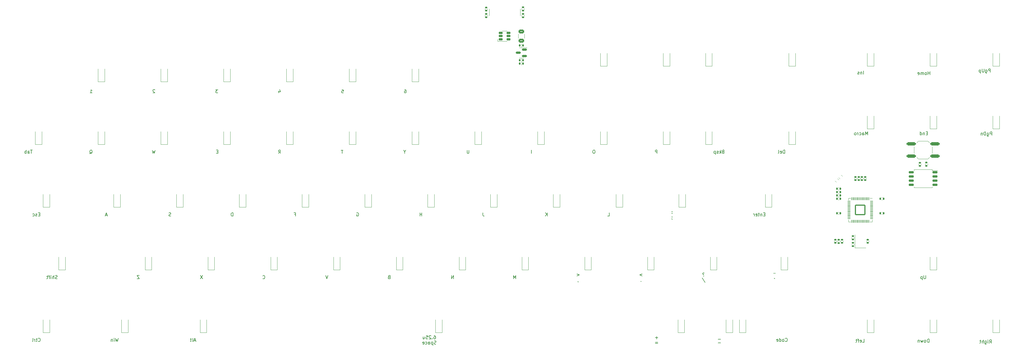
<source format=gbr>
%TF.GenerationSoftware,KiCad,Pcbnew,7.0.9*%
%TF.CreationDate,2024-01-10T17:03:39-08:00*%
%TF.ProjectId,40s-2040rmie,3430732d-3230-4343-9072-6d69652e6b69,rev?*%
%TF.SameCoordinates,Original*%
%TF.FileFunction,Legend,Bot*%
%TF.FilePolarity,Positive*%
%FSLAX46Y46*%
G04 Gerber Fmt 4.6, Leading zero omitted, Abs format (unit mm)*
G04 Created by KiCad (PCBNEW 7.0.9) date 2024-01-10 17:03:39*
%MOMM*%
%LPD*%
G01*
G04 APERTURE LIST*
G04 Aperture macros list*
%AMRoundRect*
0 Rectangle with rounded corners*
0 $1 Rounding radius*
0 $2 $3 $4 $5 $6 $7 $8 $9 X,Y pos of 4 corners*
0 Add a 4 corners polygon primitive as box body*
4,1,4,$2,$3,$4,$5,$6,$7,$8,$9,$2,$3,0*
0 Add four circle primitives for the rounded corners*
1,1,$1+$1,$2,$3*
1,1,$1+$1,$4,$5*
1,1,$1+$1,$6,$7*
1,1,$1+$1,$8,$9*
0 Add four rect primitives between the rounded corners*
20,1,$1+$1,$2,$3,$4,$5,0*
20,1,$1+$1,$4,$5,$6,$7,0*
20,1,$1+$1,$6,$7,$8,$9,0*
20,1,$1+$1,$8,$9,$2,$3,0*%
G04 Aperture macros list end*
%ADD10C,0.200000*%
%ADD11C,0.120000*%
%ADD12C,1.750000*%
%ADD13C,3.987800*%
%ADD14C,2.300000*%
%ADD15C,2.000000*%
%ADD16C,3.048000*%
%ADD17RoundRect,0.140000X-0.140000X-0.170000X0.140000X-0.170000X0.140000X0.170000X-0.140000X0.170000X0*%
%ADD18R,1.200000X0.900000*%
%ADD19RoundRect,0.135000X0.185000X-0.135000X0.185000X0.135000X-0.185000X0.135000X-0.185000X-0.135000X0*%
%ADD20RoundRect,0.140000X0.140000X0.170000X-0.140000X0.170000X-0.140000X-0.170000X0.140000X-0.170000X0*%
%ADD21RoundRect,0.200000X-0.335876X-0.053033X-0.053033X-0.335876X0.335876X0.053033X0.053033X0.335876X0*%
%ADD22RoundRect,0.135000X-0.185000X0.135000X-0.185000X-0.135000X0.185000X-0.135000X0.185000X0.135000X0*%
%ADD23R,1.200000X1.400000*%
%ADD24RoundRect,0.140000X0.170000X-0.140000X0.170000X0.140000X-0.170000X0.140000X-0.170000X-0.140000X0*%
%ADD25RoundRect,0.140000X-0.170000X0.140000X-0.170000X-0.140000X0.170000X-0.140000X0.170000X0.140000X0*%
%ADD26RoundRect,0.150000X0.587500X0.150000X-0.587500X0.150000X-0.587500X-0.150000X0.587500X-0.150000X0*%
%ADD27RoundRect,0.250000X0.625000X-0.375000X0.625000X0.375000X-0.625000X0.375000X-0.625000X-0.375000X0*%
%ADD28RoundRect,0.150000X0.650000X0.150000X-0.650000X0.150000X-0.650000X-0.150000X0.650000X-0.150000X0*%
%ADD29C,0.650000*%
%ADD30R,0.600000X1.450000*%
%ADD31R,0.300000X1.450000*%
%ADD32O,1.000000X1.600000*%
%ADD33O,1.000000X2.100000*%
%ADD34RoundRect,0.050000X0.387500X0.050000X-0.387500X0.050000X-0.387500X-0.050000X0.387500X-0.050000X0*%
%ADD35RoundRect,0.050000X0.050000X0.387500X-0.050000X0.387500X-0.050000X-0.387500X0.050000X-0.387500X0*%
%ADD36RoundRect,0.144000X1.456000X1.456000X-1.456000X1.456000X-1.456000X-1.456000X1.456000X-1.456000X0*%
%ADD37RoundRect,0.275000X-1.125000X-0.275000X1.125000X-0.275000X1.125000X0.275000X-1.125000X0.275000X0*%
%ADD38RoundRect,0.150000X-0.475000X-0.150000X0.475000X-0.150000X0.475000X0.150000X-0.475000X0.150000X0*%
G04 APERTURE END LIST*
D10*
X171685237Y-24682219D02*
X171494761Y-24682219D01*
X171494761Y-24682219D02*
X171399523Y-24729838D01*
X171399523Y-24729838D02*
X171304285Y-24825076D01*
X171304285Y-24825076D02*
X171256666Y-25015552D01*
X171256666Y-25015552D02*
X171256666Y-25348885D01*
X171256666Y-25348885D02*
X171304285Y-25539361D01*
X171304285Y-25539361D02*
X171399523Y-25634600D01*
X171399523Y-25634600D02*
X171494761Y-25682219D01*
X171494761Y-25682219D02*
X171685237Y-25682219D01*
X171685237Y-25682219D02*
X171780475Y-25634600D01*
X171780475Y-25634600D02*
X171875713Y-25539361D01*
X171875713Y-25539361D02*
X171923332Y-25348885D01*
X171923332Y-25348885D02*
X171923332Y-25015552D01*
X171923332Y-25015552D02*
X171875713Y-24825076D01*
X171875713Y-24825076D02*
X171780475Y-24729838D01*
X171780475Y-24729838D02*
X171685237Y-24682219D01*
X114179523Y-6302219D02*
X114369999Y-6302219D01*
X114369999Y-6302219D02*
X114465237Y-6349838D01*
X114465237Y-6349838D02*
X114512856Y-6397457D01*
X114512856Y-6397457D02*
X114608094Y-6540314D01*
X114608094Y-6540314D02*
X114655713Y-6730790D01*
X114655713Y-6730790D02*
X114655713Y-7111742D01*
X114655713Y-7111742D02*
X114608094Y-7206980D01*
X114608094Y-7206980D02*
X114560475Y-7254600D01*
X114560475Y-7254600D02*
X114465237Y-7302219D01*
X114465237Y-7302219D02*
X114274761Y-7302219D01*
X114274761Y-7302219D02*
X114179523Y-7254600D01*
X114179523Y-7254600D02*
X114131904Y-7206980D01*
X114131904Y-7206980D02*
X114084285Y-7111742D01*
X114084285Y-7111742D02*
X114084285Y-6873647D01*
X114084285Y-6873647D02*
X114131904Y-6778409D01*
X114131904Y-6778409D02*
X114179523Y-6730790D01*
X114179523Y-6730790D02*
X114274761Y-6683171D01*
X114274761Y-6683171D02*
X114465237Y-6683171D01*
X114465237Y-6683171D02*
X114560475Y-6730790D01*
X114560475Y-6730790D02*
X114608094Y-6778409D01*
X114608094Y-6778409D02*
X114655713Y-6873647D01*
X137937142Y-43732219D02*
X137937142Y-44446504D01*
X137937142Y-44446504D02*
X137984761Y-44589361D01*
X137984761Y-44589361D02*
X138079999Y-44684600D01*
X138079999Y-44684600D02*
X138222856Y-44732219D01*
X138222856Y-44732219D02*
X138318094Y-44732219D01*
X52883332Y-62782219D02*
X52216666Y-63782219D01*
X52216666Y-62782219D02*
X52883332Y-63782219D01*
X254626190Y-20092219D02*
X254626190Y-19092219D01*
X254626190Y-19092219D02*
X254292857Y-19806504D01*
X254292857Y-19806504D02*
X253959524Y-19092219D01*
X253959524Y-19092219D02*
X253959524Y-20092219D01*
X253054762Y-20092219D02*
X253054762Y-19568409D01*
X253054762Y-19568409D02*
X253102381Y-19473171D01*
X253102381Y-19473171D02*
X253197619Y-19425552D01*
X253197619Y-19425552D02*
X253388095Y-19425552D01*
X253388095Y-19425552D02*
X253483333Y-19473171D01*
X253054762Y-20044600D02*
X253150000Y-20092219D01*
X253150000Y-20092219D02*
X253388095Y-20092219D01*
X253388095Y-20092219D02*
X253483333Y-20044600D01*
X253483333Y-20044600D02*
X253530952Y-19949361D01*
X253530952Y-19949361D02*
X253530952Y-19854123D01*
X253530952Y-19854123D02*
X253483333Y-19758885D01*
X253483333Y-19758885D02*
X253388095Y-19711266D01*
X253388095Y-19711266D02*
X253150000Y-19711266D01*
X253150000Y-19711266D02*
X253054762Y-19663647D01*
X252150000Y-20044600D02*
X252245238Y-20092219D01*
X252245238Y-20092219D02*
X252435714Y-20092219D01*
X252435714Y-20092219D02*
X252530952Y-20044600D01*
X252530952Y-20044600D02*
X252578571Y-19996980D01*
X252578571Y-19996980D02*
X252626190Y-19901742D01*
X252626190Y-19901742D02*
X252626190Y-19616028D01*
X252626190Y-19616028D02*
X252578571Y-19520790D01*
X252578571Y-19520790D02*
X252530952Y-19473171D01*
X252530952Y-19473171D02*
X252435714Y-19425552D01*
X252435714Y-19425552D02*
X252245238Y-19425552D01*
X252245238Y-19425552D02*
X252150000Y-19473171D01*
X251721428Y-20092219D02*
X251721428Y-19425552D01*
X251721428Y-19616028D02*
X251673809Y-19520790D01*
X251673809Y-19520790D02*
X251626190Y-19473171D01*
X251626190Y-19473171D02*
X251530952Y-19425552D01*
X251530952Y-19425552D02*
X251435714Y-19425552D01*
X250959523Y-20092219D02*
X251054761Y-20044600D01*
X251054761Y-20044600D02*
X251102380Y-19996980D01*
X251102380Y-19996980D02*
X251149999Y-19901742D01*
X251149999Y-19901742D02*
X251149999Y-19616028D01*
X251149999Y-19616028D02*
X251102380Y-19520790D01*
X251102380Y-19520790D02*
X251054761Y-19473171D01*
X251054761Y-19473171D02*
X250959523Y-19425552D01*
X250959523Y-19425552D02*
X250816666Y-19425552D01*
X250816666Y-19425552D02*
X250721428Y-19473171D01*
X250721428Y-19473171D02*
X250673809Y-19520790D01*
X250673809Y-19520790D02*
X250626190Y-19616028D01*
X250626190Y-19616028D02*
X250626190Y-19901742D01*
X250626190Y-19901742D02*
X250673809Y-19996980D01*
X250673809Y-19996980D02*
X250721428Y-20044600D01*
X250721428Y-20044600D02*
X250816666Y-20092219D01*
X250816666Y-20092219D02*
X250959523Y-20092219D01*
X90923332Y-62782219D02*
X90589999Y-63782219D01*
X90589999Y-63782219D02*
X90256666Y-62782219D01*
X23948094Y-44446504D02*
X23471904Y-44446504D01*
X24043332Y-44732219D02*
X23709999Y-43732219D01*
X23709999Y-43732219D02*
X23376666Y-44732219D01*
X291569047Y-83332219D02*
X291902380Y-82856028D01*
X292140475Y-83332219D02*
X292140475Y-82332219D01*
X292140475Y-82332219D02*
X291759523Y-82332219D01*
X291759523Y-82332219D02*
X291664285Y-82379838D01*
X291664285Y-82379838D02*
X291616666Y-82427457D01*
X291616666Y-82427457D02*
X291569047Y-82522695D01*
X291569047Y-82522695D02*
X291569047Y-82665552D01*
X291569047Y-82665552D02*
X291616666Y-82760790D01*
X291616666Y-82760790D02*
X291664285Y-82808409D01*
X291664285Y-82808409D02*
X291759523Y-82856028D01*
X291759523Y-82856028D02*
X292140475Y-82856028D01*
X291140475Y-83332219D02*
X291140475Y-82665552D01*
X291140475Y-82332219D02*
X291188094Y-82379838D01*
X291188094Y-82379838D02*
X291140475Y-82427457D01*
X291140475Y-82427457D02*
X291092856Y-82379838D01*
X291092856Y-82379838D02*
X291140475Y-82332219D01*
X291140475Y-82332219D02*
X291140475Y-82427457D01*
X290235714Y-82665552D02*
X290235714Y-83475076D01*
X290235714Y-83475076D02*
X290283333Y-83570314D01*
X290283333Y-83570314D02*
X290330952Y-83617933D01*
X290330952Y-83617933D02*
X290426190Y-83665552D01*
X290426190Y-83665552D02*
X290569047Y-83665552D01*
X290569047Y-83665552D02*
X290664285Y-83617933D01*
X290235714Y-83284600D02*
X290330952Y-83332219D01*
X290330952Y-83332219D02*
X290521428Y-83332219D01*
X290521428Y-83332219D02*
X290616666Y-83284600D01*
X290616666Y-83284600D02*
X290664285Y-83236980D01*
X290664285Y-83236980D02*
X290711904Y-83141742D01*
X290711904Y-83141742D02*
X290711904Y-82856028D01*
X290711904Y-82856028D02*
X290664285Y-82760790D01*
X290664285Y-82760790D02*
X290616666Y-82713171D01*
X290616666Y-82713171D02*
X290521428Y-82665552D01*
X290521428Y-82665552D02*
X290330952Y-82665552D01*
X290330952Y-82665552D02*
X290235714Y-82713171D01*
X289759523Y-83332219D02*
X289759523Y-82332219D01*
X289330952Y-83332219D02*
X289330952Y-82808409D01*
X289330952Y-82808409D02*
X289378571Y-82713171D01*
X289378571Y-82713171D02*
X289473809Y-82665552D01*
X289473809Y-82665552D02*
X289616666Y-82665552D01*
X289616666Y-82665552D02*
X289711904Y-82713171D01*
X289711904Y-82713171D02*
X289759523Y-82760790D01*
X288997618Y-82665552D02*
X288616666Y-82665552D01*
X288854761Y-82332219D02*
X288854761Y-83189361D01*
X288854761Y-83189361D02*
X288807142Y-83284600D01*
X288807142Y-83284600D02*
X288711904Y-83332219D01*
X288711904Y-83332219D02*
X288616666Y-83332219D01*
X1210475Y-24682219D02*
X639047Y-24682219D01*
X924761Y-25682219D02*
X924761Y-24682219D01*
X-122858Y-25682219D02*
X-122858Y-25158409D01*
X-122858Y-25158409D02*
X-75239Y-25063171D01*
X-75239Y-25063171D02*
X19999Y-25015552D01*
X19999Y-25015552D02*
X210475Y-25015552D01*
X210475Y-25015552D02*
X305713Y-25063171D01*
X-122858Y-25634600D02*
X-27620Y-25682219D01*
X-27620Y-25682219D02*
X210475Y-25682219D01*
X210475Y-25682219D02*
X305713Y-25634600D01*
X305713Y-25634600D02*
X353332Y-25539361D01*
X353332Y-25539361D02*
X353332Y-25444123D01*
X353332Y-25444123D02*
X305713Y-25348885D01*
X305713Y-25348885D02*
X210475Y-25301266D01*
X210475Y-25301266D02*
X-27620Y-25301266D01*
X-27620Y-25301266D02*
X-122858Y-25253647D01*
X-599049Y-25682219D02*
X-599049Y-24682219D01*
X-599049Y-25063171D02*
X-694287Y-25015552D01*
X-694287Y-25015552D02*
X-884763Y-25015552D01*
X-884763Y-25015552D02*
X-980001Y-25063171D01*
X-980001Y-25063171D02*
X-1027620Y-25110790D01*
X-1027620Y-25110790D02*
X-1075239Y-25206028D01*
X-1075239Y-25206028D02*
X-1075239Y-25491742D01*
X-1075239Y-25491742D02*
X-1027620Y-25586980D01*
X-1027620Y-25586980D02*
X-980001Y-25634600D01*
X-980001Y-25634600D02*
X-884763Y-25682219D01*
X-884763Y-25682219D02*
X-694287Y-25682219D01*
X-694287Y-25682219D02*
X-599049Y-25634600D01*
X38375713Y-6407457D02*
X38328094Y-6359838D01*
X38328094Y-6359838D02*
X38232856Y-6312219D01*
X38232856Y-6312219D02*
X37994761Y-6312219D01*
X37994761Y-6312219D02*
X37899523Y-6359838D01*
X37899523Y-6359838D02*
X37851904Y-6407457D01*
X37851904Y-6407457D02*
X37804285Y-6502695D01*
X37804285Y-6502695D02*
X37804285Y-6597933D01*
X37804285Y-6597933D02*
X37851904Y-6740790D01*
X37851904Y-6740790D02*
X38423332Y-7312219D01*
X38423332Y-7312219D02*
X37804285Y-7312219D01*
X123112380Y-81017219D02*
X123302856Y-81017219D01*
X123302856Y-81017219D02*
X123398094Y-81064838D01*
X123398094Y-81064838D02*
X123445713Y-81112457D01*
X123445713Y-81112457D02*
X123540951Y-81255314D01*
X123540951Y-81255314D02*
X123588570Y-81445790D01*
X123588570Y-81445790D02*
X123588570Y-81826742D01*
X123588570Y-81826742D02*
X123540951Y-81921980D01*
X123540951Y-81921980D02*
X123493332Y-81969600D01*
X123493332Y-81969600D02*
X123398094Y-82017219D01*
X123398094Y-82017219D02*
X123207618Y-82017219D01*
X123207618Y-82017219D02*
X123112380Y-81969600D01*
X123112380Y-81969600D02*
X123064761Y-81921980D01*
X123064761Y-81921980D02*
X123017142Y-81826742D01*
X123017142Y-81826742D02*
X123017142Y-81588647D01*
X123017142Y-81588647D02*
X123064761Y-81493409D01*
X123064761Y-81493409D02*
X123112380Y-81445790D01*
X123112380Y-81445790D02*
X123207618Y-81398171D01*
X123207618Y-81398171D02*
X123398094Y-81398171D01*
X123398094Y-81398171D02*
X123493332Y-81445790D01*
X123493332Y-81445790D02*
X123540951Y-81493409D01*
X123540951Y-81493409D02*
X123588570Y-81588647D01*
X122588570Y-81921980D02*
X122540951Y-81969600D01*
X122540951Y-81969600D02*
X122588570Y-82017219D01*
X122588570Y-82017219D02*
X122636189Y-81969600D01*
X122636189Y-81969600D02*
X122588570Y-81921980D01*
X122588570Y-81921980D02*
X122588570Y-82017219D01*
X122159999Y-81112457D02*
X122112380Y-81064838D01*
X122112380Y-81064838D02*
X122017142Y-81017219D01*
X122017142Y-81017219D02*
X121779047Y-81017219D01*
X121779047Y-81017219D02*
X121683809Y-81064838D01*
X121683809Y-81064838D02*
X121636190Y-81112457D01*
X121636190Y-81112457D02*
X121588571Y-81207695D01*
X121588571Y-81207695D02*
X121588571Y-81302933D01*
X121588571Y-81302933D02*
X121636190Y-81445790D01*
X121636190Y-81445790D02*
X122207618Y-82017219D01*
X122207618Y-82017219D02*
X121588571Y-82017219D01*
X120683809Y-81017219D02*
X121159999Y-81017219D01*
X121159999Y-81017219D02*
X121207618Y-81493409D01*
X121207618Y-81493409D02*
X121159999Y-81445790D01*
X121159999Y-81445790D02*
X121064761Y-81398171D01*
X121064761Y-81398171D02*
X120826666Y-81398171D01*
X120826666Y-81398171D02*
X120731428Y-81445790D01*
X120731428Y-81445790D02*
X120683809Y-81493409D01*
X120683809Y-81493409D02*
X120636190Y-81588647D01*
X120636190Y-81588647D02*
X120636190Y-81826742D01*
X120636190Y-81826742D02*
X120683809Y-81921980D01*
X120683809Y-81921980D02*
X120731428Y-81969600D01*
X120731428Y-81969600D02*
X120826666Y-82017219D01*
X120826666Y-82017219D02*
X121064761Y-82017219D01*
X121064761Y-82017219D02*
X121159999Y-81969600D01*
X121159999Y-81969600D02*
X121207618Y-81921980D01*
X119779047Y-81350552D02*
X119779047Y-82017219D01*
X120207618Y-81350552D02*
X120207618Y-81874361D01*
X120207618Y-81874361D02*
X120159999Y-81969600D01*
X120159999Y-81969600D02*
X120064761Y-82017219D01*
X120064761Y-82017219D02*
X119921904Y-82017219D01*
X119921904Y-82017219D02*
X119826666Y-81969600D01*
X119826666Y-81969600D02*
X119779047Y-81921980D01*
X123707618Y-83579600D02*
X123564761Y-83627219D01*
X123564761Y-83627219D02*
X123326666Y-83627219D01*
X123326666Y-83627219D02*
X123231428Y-83579600D01*
X123231428Y-83579600D02*
X123183809Y-83531980D01*
X123183809Y-83531980D02*
X123136190Y-83436742D01*
X123136190Y-83436742D02*
X123136190Y-83341504D01*
X123136190Y-83341504D02*
X123183809Y-83246266D01*
X123183809Y-83246266D02*
X123231428Y-83198647D01*
X123231428Y-83198647D02*
X123326666Y-83151028D01*
X123326666Y-83151028D02*
X123517142Y-83103409D01*
X123517142Y-83103409D02*
X123612380Y-83055790D01*
X123612380Y-83055790D02*
X123659999Y-83008171D01*
X123659999Y-83008171D02*
X123707618Y-82912933D01*
X123707618Y-82912933D02*
X123707618Y-82817695D01*
X123707618Y-82817695D02*
X123659999Y-82722457D01*
X123659999Y-82722457D02*
X123612380Y-82674838D01*
X123612380Y-82674838D02*
X123517142Y-82627219D01*
X123517142Y-82627219D02*
X123279047Y-82627219D01*
X123279047Y-82627219D02*
X123136190Y-82674838D01*
X122707618Y-82960552D02*
X122707618Y-83960552D01*
X122707618Y-83008171D02*
X122612380Y-82960552D01*
X122612380Y-82960552D02*
X122421904Y-82960552D01*
X122421904Y-82960552D02*
X122326666Y-83008171D01*
X122326666Y-83008171D02*
X122279047Y-83055790D01*
X122279047Y-83055790D02*
X122231428Y-83151028D01*
X122231428Y-83151028D02*
X122231428Y-83436742D01*
X122231428Y-83436742D02*
X122279047Y-83531980D01*
X122279047Y-83531980D02*
X122326666Y-83579600D01*
X122326666Y-83579600D02*
X122421904Y-83627219D01*
X122421904Y-83627219D02*
X122612380Y-83627219D01*
X122612380Y-83627219D02*
X122707618Y-83579600D01*
X121374285Y-83627219D02*
X121374285Y-83103409D01*
X121374285Y-83103409D02*
X121421904Y-83008171D01*
X121421904Y-83008171D02*
X121517142Y-82960552D01*
X121517142Y-82960552D02*
X121707618Y-82960552D01*
X121707618Y-82960552D02*
X121802856Y-83008171D01*
X121374285Y-83579600D02*
X121469523Y-83627219D01*
X121469523Y-83627219D02*
X121707618Y-83627219D01*
X121707618Y-83627219D02*
X121802856Y-83579600D01*
X121802856Y-83579600D02*
X121850475Y-83484361D01*
X121850475Y-83484361D02*
X121850475Y-83389123D01*
X121850475Y-83389123D02*
X121802856Y-83293885D01*
X121802856Y-83293885D02*
X121707618Y-83246266D01*
X121707618Y-83246266D02*
X121469523Y-83246266D01*
X121469523Y-83246266D02*
X121374285Y-83198647D01*
X120469523Y-83579600D02*
X120564761Y-83627219D01*
X120564761Y-83627219D02*
X120755237Y-83627219D01*
X120755237Y-83627219D02*
X120850475Y-83579600D01*
X120850475Y-83579600D02*
X120898094Y-83531980D01*
X120898094Y-83531980D02*
X120945713Y-83436742D01*
X120945713Y-83436742D02*
X120945713Y-83151028D01*
X120945713Y-83151028D02*
X120898094Y-83055790D01*
X120898094Y-83055790D02*
X120850475Y-83008171D01*
X120850475Y-83008171D02*
X120755237Y-82960552D01*
X120755237Y-82960552D02*
X120564761Y-82960552D01*
X120564761Y-82960552D02*
X120469523Y-83008171D01*
X119659999Y-83579600D02*
X119755237Y-83627219D01*
X119755237Y-83627219D02*
X119945713Y-83627219D01*
X119945713Y-83627219D02*
X120040951Y-83579600D01*
X120040951Y-83579600D02*
X120088570Y-83484361D01*
X120088570Y-83484361D02*
X120088570Y-83103409D01*
X120088570Y-83103409D02*
X120040951Y-83008171D01*
X120040951Y-83008171D02*
X119945713Y-82960552D01*
X119945713Y-82960552D02*
X119755237Y-82960552D01*
X119755237Y-82960552D02*
X119659999Y-83008171D01*
X119659999Y-83008171D02*
X119612380Y-83103409D01*
X119612380Y-83103409D02*
X119612380Y-83198647D01*
X119612380Y-83198647D02*
X120088570Y-83293885D01*
X166429047Y-62320552D02*
X167190951Y-62606266D01*
X167190951Y-62606266D02*
X166429047Y-62891980D01*
X166762380Y-64549600D02*
X166762380Y-64597219D01*
X166762380Y-64597219D02*
X166809999Y-64692457D01*
X166809999Y-64692457D02*
X166857618Y-64740076D01*
X272789047Y-19568409D02*
X272455714Y-19568409D01*
X272312857Y-20092219D02*
X272789047Y-20092219D01*
X272789047Y-20092219D02*
X272789047Y-19092219D01*
X272789047Y-19092219D02*
X272312857Y-19092219D01*
X271884285Y-19425552D02*
X271884285Y-20092219D01*
X271884285Y-19520790D02*
X271836666Y-19473171D01*
X271836666Y-19473171D02*
X271741428Y-19425552D01*
X271741428Y-19425552D02*
X271598571Y-19425552D01*
X271598571Y-19425552D02*
X271503333Y-19473171D01*
X271503333Y-19473171D02*
X271455714Y-19568409D01*
X271455714Y-19568409D02*
X271455714Y-20092219D01*
X270550952Y-20092219D02*
X270550952Y-19092219D01*
X270550952Y-20044600D02*
X270646190Y-20092219D01*
X270646190Y-20092219D02*
X270836666Y-20092219D01*
X270836666Y-20092219D02*
X270931904Y-20044600D01*
X270931904Y-20044600D02*
X270979523Y-19996980D01*
X270979523Y-19996980D02*
X271027142Y-19901742D01*
X271027142Y-19901742D02*
X271027142Y-19616028D01*
X271027142Y-19616028D02*
X270979523Y-19520790D01*
X270979523Y-19520790D02*
X270931904Y-19473171D01*
X270931904Y-19473171D02*
X270836666Y-19425552D01*
X270836666Y-19425552D02*
X270646190Y-19425552D01*
X270646190Y-19425552D02*
X270550952Y-19473171D01*
X273260475Y-83072219D02*
X273260475Y-82072219D01*
X273260475Y-82072219D02*
X273022380Y-82072219D01*
X273022380Y-82072219D02*
X272879523Y-82119838D01*
X272879523Y-82119838D02*
X272784285Y-82215076D01*
X272784285Y-82215076D02*
X272736666Y-82310314D01*
X272736666Y-82310314D02*
X272689047Y-82500790D01*
X272689047Y-82500790D02*
X272689047Y-82643647D01*
X272689047Y-82643647D02*
X272736666Y-82834123D01*
X272736666Y-82834123D02*
X272784285Y-82929361D01*
X272784285Y-82929361D02*
X272879523Y-83024600D01*
X272879523Y-83024600D02*
X273022380Y-83072219D01*
X273022380Y-83072219D02*
X273260475Y-83072219D01*
X272117618Y-83072219D02*
X272212856Y-83024600D01*
X272212856Y-83024600D02*
X272260475Y-82976980D01*
X272260475Y-82976980D02*
X272308094Y-82881742D01*
X272308094Y-82881742D02*
X272308094Y-82596028D01*
X272308094Y-82596028D02*
X272260475Y-82500790D01*
X272260475Y-82500790D02*
X272212856Y-82453171D01*
X272212856Y-82453171D02*
X272117618Y-82405552D01*
X272117618Y-82405552D02*
X271974761Y-82405552D01*
X271974761Y-82405552D02*
X271879523Y-82453171D01*
X271879523Y-82453171D02*
X271831904Y-82500790D01*
X271831904Y-82500790D02*
X271784285Y-82596028D01*
X271784285Y-82596028D02*
X271784285Y-82881742D01*
X271784285Y-82881742D02*
X271831904Y-82976980D01*
X271831904Y-82976980D02*
X271879523Y-83024600D01*
X271879523Y-83024600D02*
X271974761Y-83072219D01*
X271974761Y-83072219D02*
X272117618Y-83072219D01*
X271450951Y-82405552D02*
X271260475Y-83072219D01*
X271260475Y-83072219D02*
X271069999Y-82596028D01*
X271069999Y-82596028D02*
X270879523Y-83072219D01*
X270879523Y-83072219D02*
X270689047Y-82405552D01*
X270308094Y-82405552D02*
X270308094Y-83072219D01*
X270308094Y-82500790D02*
X270260475Y-82453171D01*
X270260475Y-82453171D02*
X270165237Y-82405552D01*
X270165237Y-82405552D02*
X270022380Y-82405552D01*
X270022380Y-82405552D02*
X269927142Y-82453171D01*
X269927142Y-82453171D02*
X269879523Y-82548409D01*
X269879523Y-82548409D02*
X269879523Y-83072219D01*
X204887618Y-62891980D02*
X204839999Y-62939600D01*
X204839999Y-62939600D02*
X204887618Y-62987219D01*
X204887618Y-62987219D02*
X204935237Y-62939600D01*
X204935237Y-62939600D02*
X204887618Y-62891980D01*
X204887618Y-62891980D02*
X204887618Y-62987219D01*
X205078094Y-62034838D02*
X204982856Y-61987219D01*
X204982856Y-61987219D02*
X204744761Y-61987219D01*
X204744761Y-61987219D02*
X204649523Y-62034838D01*
X204649523Y-62034838D02*
X204601904Y-62130076D01*
X204601904Y-62130076D02*
X204601904Y-62225314D01*
X204601904Y-62225314D02*
X204649523Y-62320552D01*
X204649523Y-62320552D02*
X204697142Y-62368171D01*
X204697142Y-62368171D02*
X204792380Y-62415790D01*
X204792380Y-62415790D02*
X204839999Y-62463409D01*
X204839999Y-62463409D02*
X204887618Y-62558647D01*
X204887618Y-62558647D02*
X204887618Y-62606266D01*
X204411428Y-63549600D02*
X205268570Y-64835314D01*
X75999523Y-6655552D02*
X75999523Y-7322219D01*
X76237618Y-6274600D02*
X76475713Y-6988885D01*
X76475713Y-6988885D02*
X75856666Y-6988885D01*
X43245713Y-44684600D02*
X43102856Y-44732219D01*
X43102856Y-44732219D02*
X42864761Y-44732219D01*
X42864761Y-44732219D02*
X42769523Y-44684600D01*
X42769523Y-44684600D02*
X42721904Y-44636980D01*
X42721904Y-44636980D02*
X42674285Y-44541742D01*
X42674285Y-44541742D02*
X42674285Y-44446504D01*
X42674285Y-44446504D02*
X42721904Y-44351266D01*
X42721904Y-44351266D02*
X42769523Y-44303647D01*
X42769523Y-44303647D02*
X42864761Y-44256028D01*
X42864761Y-44256028D02*
X43055237Y-44208409D01*
X43055237Y-44208409D02*
X43150475Y-44160790D01*
X43150475Y-44160790D02*
X43198094Y-44113171D01*
X43198094Y-44113171D02*
X43245713Y-44017933D01*
X43245713Y-44017933D02*
X43245713Y-43922695D01*
X43245713Y-43922695D02*
X43198094Y-43827457D01*
X43198094Y-43827457D02*
X43150475Y-43779838D01*
X43150475Y-43779838D02*
X43055237Y-43732219D01*
X43055237Y-43732219D02*
X42817142Y-43732219D01*
X42817142Y-43732219D02*
X42674285Y-43779838D01*
X62091904Y-44732219D02*
X62091904Y-43732219D01*
X62091904Y-43732219D02*
X61853809Y-43732219D01*
X61853809Y-43732219D02*
X61710952Y-43779838D01*
X61710952Y-43779838D02*
X61615714Y-43875076D01*
X61615714Y-43875076D02*
X61568095Y-43970314D01*
X61568095Y-43970314D02*
X61520476Y-44160790D01*
X61520476Y-44160790D02*
X61520476Y-44303647D01*
X61520476Y-44303647D02*
X61568095Y-44494123D01*
X61568095Y-44494123D02*
X61615714Y-44589361D01*
X61615714Y-44589361D02*
X61710952Y-44684600D01*
X61710952Y-44684600D02*
X61853809Y-44732219D01*
X61853809Y-44732219D02*
X62091904Y-44732219D01*
X18774285Y-7322219D02*
X19345713Y-7322219D01*
X19059999Y-7322219D02*
X19059999Y-6322219D01*
X19059999Y-6322219D02*
X19155237Y-6465076D01*
X19155237Y-6465076D02*
X19250475Y-6560314D01*
X19250475Y-6560314D02*
X19345713Y-6607933D01*
X38478570Y-24692219D02*
X38240475Y-25692219D01*
X38240475Y-25692219D02*
X38049999Y-24977933D01*
X38049999Y-24977933D02*
X37859523Y-25692219D01*
X37859523Y-25692219D02*
X37621428Y-24692219D01*
X75900476Y-25682219D02*
X76233809Y-25206028D01*
X76471904Y-25682219D02*
X76471904Y-24682219D01*
X76471904Y-24682219D02*
X76090952Y-24682219D01*
X76090952Y-24682219D02*
X75995714Y-24729838D01*
X75995714Y-24729838D02*
X75948095Y-24777457D01*
X75948095Y-24777457D02*
X75900476Y-24872695D01*
X75900476Y-24872695D02*
X75900476Y-25015552D01*
X75900476Y-25015552D02*
X75948095Y-25110790D01*
X75948095Y-25110790D02*
X75995714Y-25158409D01*
X75995714Y-25158409D02*
X76090952Y-25206028D01*
X76090952Y-25206028D02*
X76471904Y-25206028D01*
X253387142Y-1642219D02*
X253387142Y-642219D01*
X252910952Y-975552D02*
X252910952Y-1642219D01*
X252910952Y-1070790D02*
X252863333Y-1023171D01*
X252863333Y-1023171D02*
X252768095Y-975552D01*
X252768095Y-975552D02*
X252625238Y-975552D01*
X252625238Y-975552D02*
X252530000Y-1023171D01*
X252530000Y-1023171D02*
X252482381Y-1118409D01*
X252482381Y-1118409D02*
X252482381Y-1642219D01*
X252053809Y-1594600D02*
X251958571Y-1642219D01*
X251958571Y-1642219D02*
X251768095Y-1642219D01*
X251768095Y-1642219D02*
X251672857Y-1594600D01*
X251672857Y-1594600D02*
X251625238Y-1499361D01*
X251625238Y-1499361D02*
X251625238Y-1451742D01*
X251625238Y-1451742D02*
X251672857Y-1356504D01*
X251672857Y-1356504D02*
X251768095Y-1308885D01*
X251768095Y-1308885D02*
X251910952Y-1308885D01*
X251910952Y-1308885D02*
X252006190Y-1261266D01*
X252006190Y-1261266D02*
X252053809Y-1166028D01*
X252053809Y-1166028D02*
X252053809Y-1118409D01*
X252053809Y-1118409D02*
X252006190Y-1023171D01*
X252006190Y-1023171D02*
X251910952Y-975552D01*
X251910952Y-975552D02*
X251768095Y-975552D01*
X251768095Y-975552D02*
X251672857Y-1023171D01*
X114229999Y-25206028D02*
X114229999Y-25682219D01*
X114563332Y-24682219D02*
X114229999Y-25206028D01*
X114229999Y-25206028D02*
X113896666Y-24682219D01*
X57514285Y-25158409D02*
X57180952Y-25158409D01*
X57038095Y-25682219D02*
X57514285Y-25682219D01*
X57514285Y-25682219D02*
X57514285Y-24682219D01*
X57514285Y-24682219D02*
X57038095Y-24682219D01*
X95111904Y-6322219D02*
X95588094Y-6322219D01*
X95588094Y-6322219D02*
X95635713Y-6798409D01*
X95635713Y-6798409D02*
X95588094Y-6750790D01*
X95588094Y-6750790D02*
X95492856Y-6703171D01*
X95492856Y-6703171D02*
X95254761Y-6703171D01*
X95254761Y-6703171D02*
X95159523Y-6750790D01*
X95159523Y-6750790D02*
X95111904Y-6798409D01*
X95111904Y-6798409D02*
X95064285Y-6893647D01*
X95064285Y-6893647D02*
X95064285Y-7131742D01*
X95064285Y-7131742D02*
X95111904Y-7226980D01*
X95111904Y-7226980D02*
X95159523Y-7274600D01*
X95159523Y-7274600D02*
X95254761Y-7322219D01*
X95254761Y-7322219D02*
X95492856Y-7322219D01*
X95492856Y-7322219D02*
X95588094Y-7274600D01*
X95588094Y-7274600D02*
X95635713Y-7226980D01*
X210760476Y-25158409D02*
X210617619Y-25206028D01*
X210617619Y-25206028D02*
X210570000Y-25253647D01*
X210570000Y-25253647D02*
X210522381Y-25348885D01*
X210522381Y-25348885D02*
X210522381Y-25491742D01*
X210522381Y-25491742D02*
X210570000Y-25586980D01*
X210570000Y-25586980D02*
X210617619Y-25634600D01*
X210617619Y-25634600D02*
X210712857Y-25682219D01*
X210712857Y-25682219D02*
X211093809Y-25682219D01*
X211093809Y-25682219D02*
X211093809Y-24682219D01*
X211093809Y-24682219D02*
X210760476Y-24682219D01*
X210760476Y-24682219D02*
X210665238Y-24729838D01*
X210665238Y-24729838D02*
X210617619Y-24777457D01*
X210617619Y-24777457D02*
X210570000Y-24872695D01*
X210570000Y-24872695D02*
X210570000Y-24967933D01*
X210570000Y-24967933D02*
X210617619Y-25063171D01*
X210617619Y-25063171D02*
X210665238Y-25110790D01*
X210665238Y-25110790D02*
X210760476Y-25158409D01*
X210760476Y-25158409D02*
X211093809Y-25158409D01*
X210093809Y-25682219D02*
X210093809Y-24682219D01*
X209998571Y-25301266D02*
X209712857Y-25682219D01*
X209712857Y-25015552D02*
X210093809Y-25396504D01*
X209331904Y-25634600D02*
X209236666Y-25682219D01*
X209236666Y-25682219D02*
X209046190Y-25682219D01*
X209046190Y-25682219D02*
X208950952Y-25634600D01*
X208950952Y-25634600D02*
X208903333Y-25539361D01*
X208903333Y-25539361D02*
X208903333Y-25491742D01*
X208903333Y-25491742D02*
X208950952Y-25396504D01*
X208950952Y-25396504D02*
X209046190Y-25348885D01*
X209046190Y-25348885D02*
X209189047Y-25348885D01*
X209189047Y-25348885D02*
X209284285Y-25301266D01*
X209284285Y-25301266D02*
X209331904Y-25206028D01*
X209331904Y-25206028D02*
X209331904Y-25158409D01*
X209331904Y-25158409D02*
X209284285Y-25063171D01*
X209284285Y-25063171D02*
X209189047Y-25015552D01*
X209189047Y-25015552D02*
X209046190Y-25015552D01*
X209046190Y-25015552D02*
X208950952Y-25063171D01*
X208474761Y-25015552D02*
X208474761Y-26015552D01*
X208474761Y-25063171D02*
X208379523Y-25015552D01*
X208379523Y-25015552D02*
X208189047Y-25015552D01*
X208189047Y-25015552D02*
X208093809Y-25063171D01*
X208093809Y-25063171D02*
X208046190Y-25110790D01*
X208046190Y-25110790D02*
X207998571Y-25206028D01*
X207998571Y-25206028D02*
X207998571Y-25491742D01*
X207998571Y-25491742D02*
X208046190Y-25586980D01*
X208046190Y-25586980D02*
X208093809Y-25634600D01*
X208093809Y-25634600D02*
X208189047Y-25682219D01*
X208189047Y-25682219D02*
X208379523Y-25682219D01*
X208379523Y-25682219D02*
X208474761Y-25634600D01*
X272258094Y-62752219D02*
X272258094Y-63561742D01*
X272258094Y-63561742D02*
X272210475Y-63656980D01*
X272210475Y-63656980D02*
X272162856Y-63704600D01*
X272162856Y-63704600D02*
X272067618Y-63752219D01*
X272067618Y-63752219D02*
X271877142Y-63752219D01*
X271877142Y-63752219D02*
X271781904Y-63704600D01*
X271781904Y-63704600D02*
X271734285Y-63656980D01*
X271734285Y-63656980D02*
X271686666Y-63561742D01*
X271686666Y-63561742D02*
X271686666Y-62752219D01*
X271210475Y-63085552D02*
X271210475Y-64085552D01*
X271210475Y-63133171D02*
X271115237Y-63085552D01*
X271115237Y-63085552D02*
X270924761Y-63085552D01*
X270924761Y-63085552D02*
X270829523Y-63133171D01*
X270829523Y-63133171D02*
X270781904Y-63180790D01*
X270781904Y-63180790D02*
X270734285Y-63276028D01*
X270734285Y-63276028D02*
X270734285Y-63561742D01*
X270734285Y-63561742D02*
X270781904Y-63656980D01*
X270781904Y-63656980D02*
X270829523Y-63704600D01*
X270829523Y-63704600D02*
X270924761Y-63752219D01*
X270924761Y-63752219D02*
X271115237Y-63752219D01*
X271115237Y-63752219D02*
X271210475Y-63704600D01*
X50795714Y-82536504D02*
X50319524Y-82536504D01*
X50890952Y-82822219D02*
X50557619Y-81822219D01*
X50557619Y-81822219D02*
X50224286Y-82822219D01*
X49748095Y-82822219D02*
X49843333Y-82774600D01*
X49843333Y-82774600D02*
X49890952Y-82679361D01*
X49890952Y-82679361D02*
X49890952Y-81822219D01*
X49509999Y-82155552D02*
X49129047Y-82155552D01*
X49367142Y-81822219D02*
X49367142Y-82679361D01*
X49367142Y-82679361D02*
X49319523Y-82774600D01*
X49319523Y-82774600D02*
X49224285Y-82822219D01*
X49224285Y-82822219D02*
X49129047Y-82822219D01*
X175770476Y-44732219D02*
X176246666Y-44732219D01*
X176246666Y-44732219D02*
X176246666Y-43732219D01*
X147913332Y-63782219D02*
X147913332Y-62782219D01*
X147913332Y-62782219D02*
X147579999Y-63496504D01*
X147579999Y-63496504D02*
X147246666Y-62782219D01*
X147246666Y-62782219D02*
X147246666Y-63782219D01*
X95485713Y-24692219D02*
X94914285Y-24692219D01*
X95199999Y-25692219D02*
X95199999Y-24692219D01*
X128975713Y-63782219D02*
X128975713Y-62782219D01*
X128975713Y-62782219D02*
X128404285Y-63782219D01*
X128404285Y-63782219D02*
X128404285Y-62782219D01*
X109468571Y-63258409D02*
X109325714Y-63306028D01*
X109325714Y-63306028D02*
X109278095Y-63353647D01*
X109278095Y-63353647D02*
X109230476Y-63448885D01*
X109230476Y-63448885D02*
X109230476Y-63591742D01*
X109230476Y-63591742D02*
X109278095Y-63686980D01*
X109278095Y-63686980D02*
X109325714Y-63734600D01*
X109325714Y-63734600D02*
X109420952Y-63782219D01*
X109420952Y-63782219D02*
X109801904Y-63782219D01*
X109801904Y-63782219D02*
X109801904Y-62782219D01*
X109801904Y-62782219D02*
X109468571Y-62782219D01*
X109468571Y-62782219D02*
X109373333Y-62829838D01*
X109373333Y-62829838D02*
X109325714Y-62877457D01*
X109325714Y-62877457D02*
X109278095Y-62972695D01*
X109278095Y-62972695D02*
X109278095Y-63067933D01*
X109278095Y-63067933D02*
X109325714Y-63163171D01*
X109325714Y-63163171D02*
X109373333Y-63210790D01*
X109373333Y-63210790D02*
X109468571Y-63258409D01*
X109468571Y-63258409D02*
X109801904Y-63258409D01*
X210060952Y-82112457D02*
X209299047Y-82112457D01*
X210060951Y-83246266D02*
X209299047Y-83246266D01*
X152619999Y-25682219D02*
X152619999Y-24682219D01*
X57533332Y-6322219D02*
X56914285Y-6322219D01*
X56914285Y-6322219D02*
X57247618Y-6703171D01*
X57247618Y-6703171D02*
X57104761Y-6703171D01*
X57104761Y-6703171D02*
X57009523Y-6750790D01*
X57009523Y-6750790D02*
X56961904Y-6798409D01*
X56961904Y-6798409D02*
X56914285Y-6893647D01*
X56914285Y-6893647D02*
X56914285Y-7131742D01*
X56914285Y-7131742D02*
X56961904Y-7226980D01*
X56961904Y-7226980D02*
X57009523Y-7274600D01*
X57009523Y-7274600D02*
X57104761Y-7322219D01*
X57104761Y-7322219D02*
X57390475Y-7322219D01*
X57390475Y-7322219D02*
X57485713Y-7274600D01*
X57485713Y-7274600D02*
X57533332Y-7226980D01*
X291850475Y-992219D02*
X291850475Y7781D01*
X291850475Y7781D02*
X291469523Y7781D01*
X291469523Y7781D02*
X291374285Y-39838D01*
X291374285Y-39838D02*
X291326666Y-87457D01*
X291326666Y-87457D02*
X291279047Y-182695D01*
X291279047Y-182695D02*
X291279047Y-325552D01*
X291279047Y-325552D02*
X291326666Y-420790D01*
X291326666Y-420790D02*
X291374285Y-468409D01*
X291374285Y-468409D02*
X291469523Y-516028D01*
X291469523Y-516028D02*
X291850475Y-516028D01*
X290421904Y-325552D02*
X290421904Y-1135076D01*
X290421904Y-1135076D02*
X290469523Y-1230314D01*
X290469523Y-1230314D02*
X290517142Y-1277933D01*
X290517142Y-1277933D02*
X290612380Y-1325552D01*
X290612380Y-1325552D02*
X290755237Y-1325552D01*
X290755237Y-1325552D02*
X290850475Y-1277933D01*
X290421904Y-944600D02*
X290517142Y-992219D01*
X290517142Y-992219D02*
X290707618Y-992219D01*
X290707618Y-992219D02*
X290802856Y-944600D01*
X290802856Y-944600D02*
X290850475Y-896980D01*
X290850475Y-896980D02*
X290898094Y-801742D01*
X290898094Y-801742D02*
X290898094Y-516028D01*
X290898094Y-516028D02*
X290850475Y-420790D01*
X290850475Y-420790D02*
X290802856Y-373171D01*
X290802856Y-373171D02*
X290707618Y-325552D01*
X290707618Y-325552D02*
X290517142Y-325552D01*
X290517142Y-325552D02*
X290421904Y-373171D01*
X289945713Y7781D02*
X289945713Y-801742D01*
X289945713Y-801742D02*
X289898094Y-896980D01*
X289898094Y-896980D02*
X289850475Y-944600D01*
X289850475Y-944600D02*
X289755237Y-992219D01*
X289755237Y-992219D02*
X289564761Y-992219D01*
X289564761Y-992219D02*
X289469523Y-944600D01*
X289469523Y-944600D02*
X289421904Y-896980D01*
X289421904Y-896980D02*
X289374285Y-801742D01*
X289374285Y-801742D02*
X289374285Y7781D01*
X288898094Y-325552D02*
X288898094Y-1325552D01*
X288898094Y-373171D02*
X288802856Y-325552D01*
X288802856Y-325552D02*
X288612380Y-325552D01*
X288612380Y-325552D02*
X288517142Y-373171D01*
X288517142Y-373171D02*
X288469523Y-420790D01*
X288469523Y-420790D02*
X288421904Y-516028D01*
X288421904Y-516028D02*
X288421904Y-801742D01*
X288421904Y-801742D02*
X288469523Y-896980D01*
X288469523Y-896980D02*
X288517142Y-944600D01*
X288517142Y-944600D02*
X288612380Y-992219D01*
X288612380Y-992219D02*
X288802856Y-992219D01*
X288802856Y-992219D02*
X288898094Y-944600D01*
X80747142Y-44208409D02*
X81080475Y-44208409D01*
X81080475Y-44732219D02*
X81080475Y-43732219D01*
X81080475Y-43732219D02*
X80604285Y-43732219D01*
X3007619Y-82736980D02*
X3055238Y-82784600D01*
X3055238Y-82784600D02*
X3198095Y-82832219D01*
X3198095Y-82832219D02*
X3293333Y-82832219D01*
X3293333Y-82832219D02*
X3436190Y-82784600D01*
X3436190Y-82784600D02*
X3531428Y-82689361D01*
X3531428Y-82689361D02*
X3579047Y-82594123D01*
X3579047Y-82594123D02*
X3626666Y-82403647D01*
X3626666Y-82403647D02*
X3626666Y-82260790D01*
X3626666Y-82260790D02*
X3579047Y-82070314D01*
X3579047Y-82070314D02*
X3531428Y-81975076D01*
X3531428Y-81975076D02*
X3436190Y-81879838D01*
X3436190Y-81879838D02*
X3293333Y-81832219D01*
X3293333Y-81832219D02*
X3198095Y-81832219D01*
X3198095Y-81832219D02*
X3055238Y-81879838D01*
X3055238Y-81879838D02*
X3007619Y-81927457D01*
X2721904Y-82165552D02*
X2340952Y-82165552D01*
X2579047Y-81832219D02*
X2579047Y-82689361D01*
X2579047Y-82689361D02*
X2531428Y-82784600D01*
X2531428Y-82784600D02*
X2436190Y-82832219D01*
X2436190Y-82832219D02*
X2340952Y-82832219D01*
X2007618Y-82832219D02*
X2007618Y-82165552D01*
X2007618Y-82356028D02*
X1959999Y-82260790D01*
X1959999Y-82260790D02*
X1912380Y-82213171D01*
X1912380Y-82213171D02*
X1817142Y-82165552D01*
X1817142Y-82165552D02*
X1721904Y-82165552D01*
X1245713Y-82832219D02*
X1340951Y-82784600D01*
X1340951Y-82784600D02*
X1388570Y-82689361D01*
X1388570Y-82689361D02*
X1388570Y-81832219D01*
X186280951Y-62310552D02*
X185519047Y-62596266D01*
X185519047Y-62596266D02*
X186280951Y-62881980D01*
X185899999Y-64491980D02*
X185852380Y-64539600D01*
X185852380Y-64539600D02*
X185899999Y-64587219D01*
X185899999Y-64587219D02*
X185947618Y-64539600D01*
X185947618Y-64539600D02*
X185899999Y-64491980D01*
X185899999Y-64491980D02*
X185899999Y-64587219D01*
X71150476Y-63686980D02*
X71198095Y-63734600D01*
X71198095Y-63734600D02*
X71340952Y-63782219D01*
X71340952Y-63782219D02*
X71436190Y-63782219D01*
X71436190Y-63782219D02*
X71579047Y-63734600D01*
X71579047Y-63734600D02*
X71674285Y-63639361D01*
X71674285Y-63639361D02*
X71721904Y-63544123D01*
X71721904Y-63544123D02*
X71769523Y-63353647D01*
X71769523Y-63353647D02*
X71769523Y-63210790D01*
X71769523Y-63210790D02*
X71721904Y-63020314D01*
X71721904Y-63020314D02*
X71674285Y-62925076D01*
X71674285Y-62925076D02*
X71579047Y-62829838D01*
X71579047Y-62829838D02*
X71436190Y-62782219D01*
X71436190Y-62782219D02*
X71340952Y-62782219D01*
X71340952Y-62782219D02*
X71198095Y-62829838D01*
X71198095Y-62829838D02*
X71150476Y-62877457D01*
X229633809Y-82736980D02*
X229681428Y-82784600D01*
X229681428Y-82784600D02*
X229824285Y-82832219D01*
X229824285Y-82832219D02*
X229919523Y-82832219D01*
X229919523Y-82832219D02*
X230062380Y-82784600D01*
X230062380Y-82784600D02*
X230157618Y-82689361D01*
X230157618Y-82689361D02*
X230205237Y-82594123D01*
X230205237Y-82594123D02*
X230252856Y-82403647D01*
X230252856Y-82403647D02*
X230252856Y-82260790D01*
X230252856Y-82260790D02*
X230205237Y-82070314D01*
X230205237Y-82070314D02*
X230157618Y-81975076D01*
X230157618Y-81975076D02*
X230062380Y-81879838D01*
X230062380Y-81879838D02*
X229919523Y-81832219D01*
X229919523Y-81832219D02*
X229824285Y-81832219D01*
X229824285Y-81832219D02*
X229681428Y-81879838D01*
X229681428Y-81879838D02*
X229633809Y-81927457D01*
X229062380Y-82832219D02*
X229157618Y-82784600D01*
X229157618Y-82784600D02*
X229205237Y-82736980D01*
X229205237Y-82736980D02*
X229252856Y-82641742D01*
X229252856Y-82641742D02*
X229252856Y-82356028D01*
X229252856Y-82356028D02*
X229205237Y-82260790D01*
X229205237Y-82260790D02*
X229157618Y-82213171D01*
X229157618Y-82213171D02*
X229062380Y-82165552D01*
X229062380Y-82165552D02*
X228919523Y-82165552D01*
X228919523Y-82165552D02*
X228824285Y-82213171D01*
X228824285Y-82213171D02*
X228776666Y-82260790D01*
X228776666Y-82260790D02*
X228729047Y-82356028D01*
X228729047Y-82356028D02*
X228729047Y-82641742D01*
X228729047Y-82641742D02*
X228776666Y-82736980D01*
X228776666Y-82736980D02*
X228824285Y-82784600D01*
X228824285Y-82784600D02*
X228919523Y-82832219D01*
X228919523Y-82832219D02*
X229062380Y-82832219D01*
X227871904Y-82832219D02*
X227871904Y-81832219D01*
X227871904Y-82784600D02*
X227967142Y-82832219D01*
X227967142Y-82832219D02*
X228157618Y-82832219D01*
X228157618Y-82832219D02*
X228252856Y-82784600D01*
X228252856Y-82784600D02*
X228300475Y-82736980D01*
X228300475Y-82736980D02*
X228348094Y-82641742D01*
X228348094Y-82641742D02*
X228348094Y-82356028D01*
X228348094Y-82356028D02*
X228300475Y-82260790D01*
X228300475Y-82260790D02*
X228252856Y-82213171D01*
X228252856Y-82213171D02*
X228157618Y-82165552D01*
X228157618Y-82165552D02*
X227967142Y-82165552D01*
X227967142Y-82165552D02*
X227871904Y-82213171D01*
X227014761Y-82784600D02*
X227109999Y-82832219D01*
X227109999Y-82832219D02*
X227300475Y-82832219D01*
X227300475Y-82832219D02*
X227395713Y-82784600D01*
X227395713Y-82784600D02*
X227443332Y-82689361D01*
X227443332Y-82689361D02*
X227443332Y-82308409D01*
X227443332Y-82308409D02*
X227395713Y-82213171D01*
X227395713Y-82213171D02*
X227300475Y-82165552D01*
X227300475Y-82165552D02*
X227109999Y-82165552D01*
X227109999Y-82165552D02*
X227014761Y-82213171D01*
X227014761Y-82213171D02*
X226967142Y-82308409D01*
X226967142Y-82308409D02*
X226967142Y-82403647D01*
X226967142Y-82403647D02*
X227443332Y-82498885D01*
X8767618Y-63734600D02*
X8624761Y-63782219D01*
X8624761Y-63782219D02*
X8386666Y-63782219D01*
X8386666Y-63782219D02*
X8291428Y-63734600D01*
X8291428Y-63734600D02*
X8243809Y-63686980D01*
X8243809Y-63686980D02*
X8196190Y-63591742D01*
X8196190Y-63591742D02*
X8196190Y-63496504D01*
X8196190Y-63496504D02*
X8243809Y-63401266D01*
X8243809Y-63401266D02*
X8291428Y-63353647D01*
X8291428Y-63353647D02*
X8386666Y-63306028D01*
X8386666Y-63306028D02*
X8577142Y-63258409D01*
X8577142Y-63258409D02*
X8672380Y-63210790D01*
X8672380Y-63210790D02*
X8719999Y-63163171D01*
X8719999Y-63163171D02*
X8767618Y-63067933D01*
X8767618Y-63067933D02*
X8767618Y-62972695D01*
X8767618Y-62972695D02*
X8719999Y-62877457D01*
X8719999Y-62877457D02*
X8672380Y-62829838D01*
X8672380Y-62829838D02*
X8577142Y-62782219D01*
X8577142Y-62782219D02*
X8339047Y-62782219D01*
X8339047Y-62782219D02*
X8196190Y-62829838D01*
X7767618Y-63782219D02*
X7767618Y-62782219D01*
X7339047Y-63782219D02*
X7339047Y-63258409D01*
X7339047Y-63258409D02*
X7386666Y-63163171D01*
X7386666Y-63163171D02*
X7481904Y-63115552D01*
X7481904Y-63115552D02*
X7624761Y-63115552D01*
X7624761Y-63115552D02*
X7719999Y-63163171D01*
X7719999Y-63163171D02*
X7767618Y-63210790D01*
X6862856Y-63782219D02*
X6862856Y-63115552D01*
X6862856Y-62782219D02*
X6910475Y-62829838D01*
X6910475Y-62829838D02*
X6862856Y-62877457D01*
X6862856Y-62877457D02*
X6815237Y-62829838D01*
X6815237Y-62829838D02*
X6862856Y-62782219D01*
X6862856Y-62782219D02*
X6862856Y-62877457D01*
X6529523Y-63115552D02*
X6148571Y-63115552D01*
X6386666Y-63782219D02*
X6386666Y-62925076D01*
X6386666Y-62925076D02*
X6339047Y-62829838D01*
X6339047Y-62829838D02*
X6243809Y-62782219D01*
X6243809Y-62782219D02*
X6148571Y-62782219D01*
X5958094Y-63115552D02*
X5577142Y-63115552D01*
X5815237Y-62782219D02*
X5815237Y-63639361D01*
X5815237Y-63639361D02*
X5767618Y-63734600D01*
X5767618Y-63734600D02*
X5672380Y-63782219D01*
X5672380Y-63782219D02*
X5577142Y-63782219D01*
X223480476Y-44208409D02*
X223147143Y-44208409D01*
X223004286Y-44732219D02*
X223480476Y-44732219D01*
X223480476Y-44732219D02*
X223480476Y-43732219D01*
X223480476Y-43732219D02*
X223004286Y-43732219D01*
X222575714Y-44065552D02*
X222575714Y-44732219D01*
X222575714Y-44160790D02*
X222528095Y-44113171D01*
X222528095Y-44113171D02*
X222432857Y-44065552D01*
X222432857Y-44065552D02*
X222290000Y-44065552D01*
X222290000Y-44065552D02*
X222194762Y-44113171D01*
X222194762Y-44113171D02*
X222147143Y-44208409D01*
X222147143Y-44208409D02*
X222147143Y-44732219D01*
X221813809Y-44065552D02*
X221432857Y-44065552D01*
X221670952Y-43732219D02*
X221670952Y-44589361D01*
X221670952Y-44589361D02*
X221623333Y-44684600D01*
X221623333Y-44684600D02*
X221528095Y-44732219D01*
X221528095Y-44732219D02*
X221432857Y-44732219D01*
X220718571Y-44684600D02*
X220813809Y-44732219D01*
X220813809Y-44732219D02*
X221004285Y-44732219D01*
X221004285Y-44732219D02*
X221099523Y-44684600D01*
X221099523Y-44684600D02*
X221147142Y-44589361D01*
X221147142Y-44589361D02*
X221147142Y-44208409D01*
X221147142Y-44208409D02*
X221099523Y-44113171D01*
X221099523Y-44113171D02*
X221004285Y-44065552D01*
X221004285Y-44065552D02*
X220813809Y-44065552D01*
X220813809Y-44065552D02*
X220718571Y-44113171D01*
X220718571Y-44113171D02*
X220670952Y-44208409D01*
X220670952Y-44208409D02*
X220670952Y-44303647D01*
X220670952Y-44303647D02*
X221147142Y-44398885D01*
X220242380Y-44732219D02*
X220242380Y-44065552D01*
X220242380Y-44256028D02*
X220194761Y-44160790D01*
X220194761Y-44160790D02*
X220147142Y-44113171D01*
X220147142Y-44113171D02*
X220051904Y-44065552D01*
X220051904Y-44065552D02*
X219956666Y-44065552D01*
X191010951Y-81636266D02*
X190249047Y-81636266D01*
X190629999Y-82017219D02*
X190629999Y-81255314D01*
X191010951Y-83103409D02*
X190249047Y-83103409D01*
X190249047Y-83389123D02*
X191010951Y-83389123D01*
X18639047Y-25777457D02*
X18734285Y-25729838D01*
X18734285Y-25729838D02*
X18829523Y-25634600D01*
X18829523Y-25634600D02*
X18972380Y-25491742D01*
X18972380Y-25491742D02*
X19067618Y-25444123D01*
X19067618Y-25444123D02*
X19162856Y-25444123D01*
X19115237Y-25682219D02*
X19210475Y-25634600D01*
X19210475Y-25634600D02*
X19305713Y-25539361D01*
X19305713Y-25539361D02*
X19353332Y-25348885D01*
X19353332Y-25348885D02*
X19353332Y-25015552D01*
X19353332Y-25015552D02*
X19305713Y-24825076D01*
X19305713Y-24825076D02*
X19210475Y-24729838D01*
X19210475Y-24729838D02*
X19115237Y-24682219D01*
X19115237Y-24682219D02*
X18924761Y-24682219D01*
X18924761Y-24682219D02*
X18829523Y-24729838D01*
X18829523Y-24729838D02*
X18734285Y-24825076D01*
X18734285Y-24825076D02*
X18686666Y-25015552D01*
X18686666Y-25015552D02*
X18686666Y-25348885D01*
X18686666Y-25348885D02*
X18734285Y-25539361D01*
X18734285Y-25539361D02*
X18829523Y-25634600D01*
X18829523Y-25634600D02*
X18924761Y-25682219D01*
X18924761Y-25682219D02*
X19115237Y-25682219D01*
X157421904Y-44732219D02*
X157421904Y-43732219D01*
X156850476Y-44732219D02*
X157279047Y-44160790D01*
X156850476Y-43732219D02*
X157421904Y-44303647D01*
X99648095Y-43779838D02*
X99743333Y-43732219D01*
X99743333Y-43732219D02*
X99886190Y-43732219D01*
X99886190Y-43732219D02*
X100029047Y-43779838D01*
X100029047Y-43779838D02*
X100124285Y-43875076D01*
X100124285Y-43875076D02*
X100171904Y-43970314D01*
X100171904Y-43970314D02*
X100219523Y-44160790D01*
X100219523Y-44160790D02*
X100219523Y-44303647D01*
X100219523Y-44303647D02*
X100171904Y-44494123D01*
X100171904Y-44494123D02*
X100124285Y-44589361D01*
X100124285Y-44589361D02*
X100029047Y-44684600D01*
X100029047Y-44684600D02*
X99886190Y-44732219D01*
X99886190Y-44732219D02*
X99790952Y-44732219D01*
X99790952Y-44732219D02*
X99648095Y-44684600D01*
X99648095Y-44684600D02*
X99600476Y-44636980D01*
X99600476Y-44636980D02*
X99600476Y-44303647D01*
X99600476Y-44303647D02*
X99790952Y-44303647D01*
X3497618Y-44198409D02*
X3164285Y-44198409D01*
X3021428Y-44722219D02*
X3497618Y-44722219D01*
X3497618Y-44722219D02*
X3497618Y-43722219D01*
X3497618Y-43722219D02*
X3021428Y-43722219D01*
X2640475Y-44674600D02*
X2545237Y-44722219D01*
X2545237Y-44722219D02*
X2354761Y-44722219D01*
X2354761Y-44722219D02*
X2259523Y-44674600D01*
X2259523Y-44674600D02*
X2211904Y-44579361D01*
X2211904Y-44579361D02*
X2211904Y-44531742D01*
X2211904Y-44531742D02*
X2259523Y-44436504D01*
X2259523Y-44436504D02*
X2354761Y-44388885D01*
X2354761Y-44388885D02*
X2497618Y-44388885D01*
X2497618Y-44388885D02*
X2592856Y-44341266D01*
X2592856Y-44341266D02*
X2640475Y-44246028D01*
X2640475Y-44246028D02*
X2640475Y-44198409D01*
X2640475Y-44198409D02*
X2592856Y-44103171D01*
X2592856Y-44103171D02*
X2497618Y-44055552D01*
X2497618Y-44055552D02*
X2354761Y-44055552D01*
X2354761Y-44055552D02*
X2259523Y-44103171D01*
X1354761Y-44674600D02*
X1449999Y-44722219D01*
X1449999Y-44722219D02*
X1640475Y-44722219D01*
X1640475Y-44722219D02*
X1735713Y-44674600D01*
X1735713Y-44674600D02*
X1783332Y-44626980D01*
X1783332Y-44626980D02*
X1830951Y-44531742D01*
X1830951Y-44531742D02*
X1830951Y-44246028D01*
X1830951Y-44246028D02*
X1783332Y-44150790D01*
X1783332Y-44150790D02*
X1735713Y-44103171D01*
X1735713Y-44103171D02*
X1640475Y-44055552D01*
X1640475Y-44055552D02*
X1449999Y-44055552D01*
X1449999Y-44055552D02*
X1354761Y-44103171D01*
X119385713Y-44722219D02*
X119385713Y-43722219D01*
X119385713Y-44198409D02*
X118814285Y-44198409D01*
X118814285Y-44722219D02*
X118814285Y-43722219D01*
X226570475Y-61987219D02*
X226570475Y-62177695D01*
X226189523Y-61987219D02*
X226189523Y-62177695D01*
X226332380Y-63597219D02*
X226427618Y-63787695D01*
X33663332Y-62782219D02*
X32996666Y-62782219D01*
X32996666Y-62782219D02*
X33663332Y-63782219D01*
X33663332Y-63782219D02*
X32996666Y-63782219D01*
X27289046Y-81822219D02*
X27050951Y-82822219D01*
X27050951Y-82822219D02*
X26860475Y-82107933D01*
X26860475Y-82107933D02*
X26669999Y-82822219D01*
X26669999Y-82822219D02*
X26431904Y-81822219D01*
X26050951Y-82822219D02*
X26050951Y-82155552D01*
X26050951Y-81822219D02*
X26098570Y-81869838D01*
X26098570Y-81869838D02*
X26050951Y-81917457D01*
X26050951Y-81917457D02*
X26003332Y-81869838D01*
X26003332Y-81869838D02*
X26050951Y-81822219D01*
X26050951Y-81822219D02*
X26050951Y-81917457D01*
X25574761Y-82155552D02*
X25574761Y-82822219D01*
X25574761Y-82250790D02*
X25527142Y-82203171D01*
X25527142Y-82203171D02*
X25431904Y-82155552D01*
X25431904Y-82155552D02*
X25289047Y-82155552D01*
X25289047Y-82155552D02*
X25193809Y-82203171D01*
X25193809Y-82203171D02*
X25146190Y-82298409D01*
X25146190Y-82298409D02*
X25146190Y-82822219D01*
X273543332Y-1802219D02*
X273543332Y-802219D01*
X273543332Y-1278409D02*
X272971904Y-1278409D01*
X272971904Y-1802219D02*
X272971904Y-802219D01*
X272352856Y-1802219D02*
X272448094Y-1754600D01*
X272448094Y-1754600D02*
X272495713Y-1706980D01*
X272495713Y-1706980D02*
X272543332Y-1611742D01*
X272543332Y-1611742D02*
X272543332Y-1326028D01*
X272543332Y-1326028D02*
X272495713Y-1230790D01*
X272495713Y-1230790D02*
X272448094Y-1183171D01*
X272448094Y-1183171D02*
X272352856Y-1135552D01*
X272352856Y-1135552D02*
X272209999Y-1135552D01*
X272209999Y-1135552D02*
X272114761Y-1183171D01*
X272114761Y-1183171D02*
X272067142Y-1230790D01*
X272067142Y-1230790D02*
X272019523Y-1326028D01*
X272019523Y-1326028D02*
X272019523Y-1611742D01*
X272019523Y-1611742D02*
X272067142Y-1706980D01*
X272067142Y-1706980D02*
X272114761Y-1754600D01*
X272114761Y-1754600D02*
X272209999Y-1802219D01*
X272209999Y-1802219D02*
X272352856Y-1802219D01*
X271590951Y-1802219D02*
X271590951Y-1135552D01*
X271590951Y-1230790D02*
X271543332Y-1183171D01*
X271543332Y-1183171D02*
X271448094Y-1135552D01*
X271448094Y-1135552D02*
X271305237Y-1135552D01*
X271305237Y-1135552D02*
X271209999Y-1183171D01*
X271209999Y-1183171D02*
X271162380Y-1278409D01*
X271162380Y-1278409D02*
X271162380Y-1802219D01*
X271162380Y-1278409D02*
X271114761Y-1183171D01*
X271114761Y-1183171D02*
X271019523Y-1135552D01*
X271019523Y-1135552D02*
X270876666Y-1135552D01*
X270876666Y-1135552D02*
X270781427Y-1183171D01*
X270781427Y-1183171D02*
X270733808Y-1278409D01*
X270733808Y-1278409D02*
X270733808Y-1802219D01*
X269876666Y-1754600D02*
X269971904Y-1802219D01*
X269971904Y-1802219D02*
X270162380Y-1802219D01*
X270162380Y-1802219D02*
X270257618Y-1754600D01*
X270257618Y-1754600D02*
X270305237Y-1659361D01*
X270305237Y-1659361D02*
X270305237Y-1278409D01*
X270305237Y-1278409D02*
X270257618Y-1183171D01*
X270257618Y-1183171D02*
X270162380Y-1135552D01*
X270162380Y-1135552D02*
X269971904Y-1135552D01*
X269971904Y-1135552D02*
X269876666Y-1183171D01*
X269876666Y-1183171D02*
X269829047Y-1278409D01*
X269829047Y-1278409D02*
X269829047Y-1373647D01*
X269829047Y-1373647D02*
X270305237Y-1468885D01*
X229492380Y-25682219D02*
X229492380Y-24682219D01*
X229492380Y-24682219D02*
X229254285Y-24682219D01*
X229254285Y-24682219D02*
X229111428Y-24729838D01*
X229111428Y-24729838D02*
X229016190Y-24825076D01*
X229016190Y-24825076D02*
X228968571Y-24920314D01*
X228968571Y-24920314D02*
X228920952Y-25110790D01*
X228920952Y-25110790D02*
X228920952Y-25253647D01*
X228920952Y-25253647D02*
X228968571Y-25444123D01*
X228968571Y-25444123D02*
X229016190Y-25539361D01*
X229016190Y-25539361D02*
X229111428Y-25634600D01*
X229111428Y-25634600D02*
X229254285Y-25682219D01*
X229254285Y-25682219D02*
X229492380Y-25682219D01*
X228111428Y-25634600D02*
X228206666Y-25682219D01*
X228206666Y-25682219D02*
X228397142Y-25682219D01*
X228397142Y-25682219D02*
X228492380Y-25634600D01*
X228492380Y-25634600D02*
X228539999Y-25539361D01*
X228539999Y-25539361D02*
X228539999Y-25158409D01*
X228539999Y-25158409D02*
X228492380Y-25063171D01*
X228492380Y-25063171D02*
X228397142Y-25015552D01*
X228397142Y-25015552D02*
X228206666Y-25015552D01*
X228206666Y-25015552D02*
X228111428Y-25063171D01*
X228111428Y-25063171D02*
X228063809Y-25158409D01*
X228063809Y-25158409D02*
X228063809Y-25253647D01*
X228063809Y-25253647D02*
X228539999Y-25348885D01*
X227492380Y-25682219D02*
X227587618Y-25634600D01*
X227587618Y-25634600D02*
X227635237Y-25539361D01*
X227635237Y-25539361D02*
X227635237Y-24682219D01*
X133695713Y-24692219D02*
X133695713Y-25501742D01*
X133695713Y-25501742D02*
X133648094Y-25596980D01*
X133648094Y-25596980D02*
X133600475Y-25644600D01*
X133600475Y-25644600D02*
X133505237Y-25692219D01*
X133505237Y-25692219D02*
X133314761Y-25692219D01*
X133314761Y-25692219D02*
X133219523Y-25644600D01*
X133219523Y-25644600D02*
X133171904Y-25596980D01*
X133171904Y-25596980D02*
X133124285Y-25501742D01*
X133124285Y-25501742D02*
X133124285Y-24692219D01*
X253040476Y-83052219D02*
X253516666Y-83052219D01*
X253516666Y-83052219D02*
X253516666Y-82052219D01*
X252326190Y-83004600D02*
X252421428Y-83052219D01*
X252421428Y-83052219D02*
X252611904Y-83052219D01*
X252611904Y-83052219D02*
X252707142Y-83004600D01*
X252707142Y-83004600D02*
X252754761Y-82909361D01*
X252754761Y-82909361D02*
X252754761Y-82528409D01*
X252754761Y-82528409D02*
X252707142Y-82433171D01*
X252707142Y-82433171D02*
X252611904Y-82385552D01*
X252611904Y-82385552D02*
X252421428Y-82385552D01*
X252421428Y-82385552D02*
X252326190Y-82433171D01*
X252326190Y-82433171D02*
X252278571Y-82528409D01*
X252278571Y-82528409D02*
X252278571Y-82623647D01*
X252278571Y-82623647D02*
X252754761Y-82718885D01*
X251992856Y-82385552D02*
X251611904Y-82385552D01*
X251849999Y-83052219D02*
X251849999Y-82195076D01*
X251849999Y-82195076D02*
X251802380Y-82099838D01*
X251802380Y-82099838D02*
X251707142Y-82052219D01*
X251707142Y-82052219D02*
X251611904Y-82052219D01*
X251421427Y-82385552D02*
X251040475Y-82385552D01*
X251278570Y-82052219D02*
X251278570Y-82909361D01*
X251278570Y-82909361D02*
X251230951Y-83004600D01*
X251230951Y-83004600D02*
X251135713Y-83052219D01*
X251135713Y-83052219D02*
X251040475Y-83052219D01*
X292326666Y-20172219D02*
X292326666Y-19172219D01*
X292326666Y-19172219D02*
X291945714Y-19172219D01*
X291945714Y-19172219D02*
X291850476Y-19219838D01*
X291850476Y-19219838D02*
X291802857Y-19267457D01*
X291802857Y-19267457D02*
X291755238Y-19362695D01*
X291755238Y-19362695D02*
X291755238Y-19505552D01*
X291755238Y-19505552D02*
X291802857Y-19600790D01*
X291802857Y-19600790D02*
X291850476Y-19648409D01*
X291850476Y-19648409D02*
X291945714Y-19696028D01*
X291945714Y-19696028D02*
X292326666Y-19696028D01*
X290898095Y-19505552D02*
X290898095Y-20315076D01*
X290898095Y-20315076D02*
X290945714Y-20410314D01*
X290945714Y-20410314D02*
X290993333Y-20457933D01*
X290993333Y-20457933D02*
X291088571Y-20505552D01*
X291088571Y-20505552D02*
X291231428Y-20505552D01*
X291231428Y-20505552D02*
X291326666Y-20457933D01*
X290898095Y-20124600D02*
X290993333Y-20172219D01*
X290993333Y-20172219D02*
X291183809Y-20172219D01*
X291183809Y-20172219D02*
X291279047Y-20124600D01*
X291279047Y-20124600D02*
X291326666Y-20076980D01*
X291326666Y-20076980D02*
X291374285Y-19981742D01*
X291374285Y-19981742D02*
X291374285Y-19696028D01*
X291374285Y-19696028D02*
X291326666Y-19600790D01*
X291326666Y-19600790D02*
X291279047Y-19553171D01*
X291279047Y-19553171D02*
X291183809Y-19505552D01*
X291183809Y-19505552D02*
X290993333Y-19505552D01*
X290993333Y-19505552D02*
X290898095Y-19553171D01*
X290421904Y-20172219D02*
X290421904Y-19172219D01*
X290421904Y-19172219D02*
X290183809Y-19172219D01*
X290183809Y-19172219D02*
X290040952Y-19219838D01*
X290040952Y-19219838D02*
X289945714Y-19315076D01*
X289945714Y-19315076D02*
X289898095Y-19410314D01*
X289898095Y-19410314D02*
X289850476Y-19600790D01*
X289850476Y-19600790D02*
X289850476Y-19743647D01*
X289850476Y-19743647D02*
X289898095Y-19934123D01*
X289898095Y-19934123D02*
X289945714Y-20029361D01*
X289945714Y-20029361D02*
X290040952Y-20124600D01*
X290040952Y-20124600D02*
X290183809Y-20172219D01*
X290183809Y-20172219D02*
X290421904Y-20172219D01*
X289421904Y-19505552D02*
X289421904Y-20172219D01*
X289421904Y-19600790D02*
X289374285Y-19553171D01*
X289374285Y-19553171D02*
X289279047Y-19505552D01*
X289279047Y-19505552D02*
X289136190Y-19505552D01*
X289136190Y-19505552D02*
X289040952Y-19553171D01*
X289040952Y-19553171D02*
X288993333Y-19648409D01*
X288993333Y-19648409D02*
X288993333Y-20172219D01*
X190761904Y-25682219D02*
X190761904Y-24682219D01*
X190761904Y-24682219D02*
X190380952Y-24682219D01*
X190380952Y-24682219D02*
X190285714Y-24729838D01*
X190285714Y-24729838D02*
X190238095Y-24777457D01*
X190238095Y-24777457D02*
X190190476Y-24872695D01*
X190190476Y-24872695D02*
X190190476Y-25015552D01*
X190190476Y-25015552D02*
X190238095Y-25110790D01*
X190238095Y-25110790D02*
X190285714Y-25158409D01*
X190285714Y-25158409D02*
X190380952Y-25206028D01*
X190380952Y-25206028D02*
X190761904Y-25206028D01*
X195309999Y-43841980D02*
X195262380Y-43889600D01*
X195262380Y-43889600D02*
X195309999Y-43937219D01*
X195309999Y-43937219D02*
X195357618Y-43889600D01*
X195357618Y-43889600D02*
X195309999Y-43841980D01*
X195309999Y-43841980D02*
X195309999Y-43937219D01*
X195309999Y-43318171D02*
X195262380Y-43365790D01*
X195262380Y-43365790D02*
X195309999Y-43413409D01*
X195309999Y-43413409D02*
X195357618Y-43365790D01*
X195357618Y-43365790D02*
X195309999Y-43318171D01*
X195309999Y-43318171D02*
X195309999Y-43413409D01*
X195262380Y-45499600D02*
X195262380Y-45547219D01*
X195262380Y-45547219D02*
X195309999Y-45642457D01*
X195309999Y-45642457D02*
X195357618Y-45690076D01*
X195309999Y-44928171D02*
X195262380Y-44975790D01*
X195262380Y-44975790D02*
X195309999Y-45023409D01*
X195309999Y-45023409D02*
X195357618Y-44975790D01*
X195357618Y-44975790D02*
X195309999Y-44928171D01*
X195309999Y-44928171D02*
X195309999Y-45023409D01*
D11*
%TO.C,C17*%
X258874664Y-39065000D02*
X259090336Y-39065000D01*
X258874664Y-39785000D02*
X259090336Y-39785000D01*
%TO.C,D57*%
X28290000Y-80100000D02*
X28290000Y-76200000D01*
X30290000Y-80100000D02*
X28290000Y-80100000D01*
X30290000Y-80100000D02*
X30290000Y-76200000D01*
%TO.C,D41*%
X197362500Y-42000000D02*
X197362500Y-38100000D01*
X199362500Y-42000000D02*
X197362500Y-42000000D01*
X199362500Y-42000000D02*
X199362500Y-38100000D01*
%TO.C,R4*%
X249782500Y-51503016D02*
X249782500Y-51195734D01*
X250542500Y-51503016D02*
X250542500Y-51195734D01*
%TO.C,C11*%
X245950336Y-37785000D02*
X245734664Y-37785000D01*
X245950336Y-37065000D02*
X245734664Y-37065000D01*
%TO.C,D46*%
X73537500Y-61050000D02*
X73537500Y-57150000D01*
X75537500Y-61050000D02*
X73537500Y-61050000D01*
X75537500Y-61050000D02*
X75537500Y-57150000D01*
%TO.C,D34*%
X64012500Y-42000000D02*
X64012500Y-38100000D01*
X66012500Y-42000000D02*
X64012500Y-42000000D01*
X66012500Y-42000000D02*
X66012500Y-38100000D01*
%TO.C,D3*%
X40200000Y-3900000D02*
X40200000Y0D01*
X42200000Y-3900000D02*
X40200000Y-3900000D01*
X42200000Y-3900000D02*
X42200000Y0D01*
%TO.C,R2*%
X246574526Y-32269941D02*
X246910059Y-32605474D01*
X245835599Y-33008868D02*
X246171132Y-33344401D01*
%TO.C,C19*%
X258874664Y-43502500D02*
X259090336Y-43502500D01*
X258874664Y-44222500D02*
X259090336Y-44222500D01*
%TO.C,R9*%
X246222500Y-52233859D02*
X246222500Y-52541141D01*
X245462500Y-52233859D02*
X245462500Y-52541141D01*
%TO.C,Y1*%
X250762500Y-54387500D02*
X250762500Y-50387500D01*
X254062500Y-54387500D02*
X250762500Y-54387500D01*
%TO.C,C7*%
X245950336Y-36785000D02*
X245734664Y-36785000D01*
X245950336Y-36065000D02*
X245734664Y-36065000D01*
%TO.C,D12*%
X254512500Y862500D02*
X254512500Y4762500D01*
X256512500Y862500D02*
X254512500Y862500D01*
X256512500Y862500D02*
X256512500Y4762500D01*
%TO.C,D5*%
X78300000Y-3900000D02*
X78300000Y0D01*
X80300000Y-3900000D02*
X78300000Y-3900000D01*
X80300000Y-3900000D02*
X80300000Y0D01*
%TO.C,D48*%
X111637500Y-61050000D02*
X111637500Y-57150000D01*
X113637500Y-61050000D02*
X111637500Y-61050000D01*
X113637500Y-61050000D02*
X113637500Y-57150000D01*
%TO.C,C2*%
X249802500Y-53457211D02*
X249802500Y-53241539D01*
X250522500Y-53457211D02*
X250522500Y-53241539D01*
%TO.C,D65*%
X215693750Y-80100000D02*
X215693750Y-76200000D01*
X217693750Y-80100000D02*
X215693750Y-80100000D01*
X217693750Y-80100000D02*
X217693750Y-76200000D01*
%TO.C,D26*%
X205450000Y-22950000D02*
X205450000Y-19050000D01*
X207450000Y-22950000D02*
X205450000Y-22950000D01*
X207450000Y-22950000D02*
X207450000Y-19050000D01*
%TO.C,D39*%
X159262500Y-42000000D02*
X159262500Y-38100000D01*
X161262500Y-42000000D02*
X159262500Y-42000000D01*
X161262500Y-42000000D02*
X161262500Y-38100000D01*
%TO.C,D49*%
X130687500Y-61050000D02*
X130687500Y-57150000D01*
X132687500Y-61050000D02*
X130687500Y-61050000D01*
X132687500Y-61050000D02*
X132687500Y-57150000D01*
%TO.C,D10*%
X205450000Y862500D02*
X205450000Y4762500D01*
X207450000Y862500D02*
X205450000Y862500D01*
X207450000Y862500D02*
X207450000Y4762500D01*
%TO.C,C8*%
X252552500Y-33445336D02*
X252552500Y-33229664D01*
X253272500Y-33445336D02*
X253272500Y-33229664D01*
%TO.C,D43*%
X9243750Y-61050000D02*
X9243750Y-57150000D01*
X11243750Y-61050000D02*
X9243750Y-61050000D01*
X11243750Y-61050000D02*
X11243750Y-57150000D01*
%TO.C,D16*%
X21150000Y-22950000D02*
X21150000Y-19050000D01*
X23150000Y-22950000D02*
X21150000Y-22950000D01*
X23150000Y-22950000D02*
X23150000Y-19050000D01*
%TO.C,C20*%
X247202500Y-52279664D02*
X247202500Y-52495336D01*
X246482500Y-52279664D02*
X246482500Y-52495336D01*
%TO.C,D54*%
X228318750Y-61050000D02*
X228318750Y-57150000D01*
X230318750Y-61050000D02*
X228318750Y-61050000D01*
X230318750Y-61050000D02*
X230318750Y-57150000D01*
%TO.C,D58*%
X52110000Y-80100000D02*
X52110000Y-76200000D01*
X54110000Y-80100000D02*
X52110000Y-80100000D01*
X54110000Y-80100000D02*
X54110000Y-76200000D01*
%TO.C,U4*%
X149597750Y3304500D02*
X150247750Y3304500D01*
X149597750Y3304500D02*
X148947750Y3304500D01*
X149597750Y6424500D02*
X151272750Y6424500D01*
X149597750Y6424500D02*
X148947750Y6424500D01*
%TO.C,D33*%
X44962500Y-42000000D02*
X44962500Y-38100000D01*
X46962500Y-42000000D02*
X44962500Y-42000000D01*
X46962500Y-42000000D02*
X46962500Y-38100000D01*
%TO.C,D7*%
X116400000Y-3900000D02*
X116400000Y0D01*
X118400000Y-3900000D02*
X116400000Y-3900000D01*
X118400000Y-3900000D02*
X118400000Y0D01*
%TO.C,R3*%
X245513867Y-33330600D02*
X245849400Y-33666133D01*
X244774940Y-34069527D02*
X245110473Y-34405060D01*
%TO.C,D11*%
X230700000Y862500D02*
X230700000Y4762500D01*
X232700000Y862500D02*
X230700000Y862500D01*
X232700000Y862500D02*
X232700000Y4762500D01*
%TO.C,F1*%
X148687750Y9342436D02*
X148687750Y10546564D01*
X150507750Y9342436D02*
X150507750Y10546564D01*
%TO.C,D47*%
X92587500Y-61050000D02*
X92587500Y-57150000D01*
X94587500Y-61050000D02*
X92587500Y-61050000D01*
X94587500Y-61050000D02*
X94587500Y-57150000D01*
%TO.C,D22*%
X135450000Y-22950000D02*
X135450000Y-19050000D01*
X137450000Y-22950000D02*
X135450000Y-22950000D01*
X137450000Y-22950000D02*
X137450000Y-19050000D01*
%TO.C,D30*%
X292612500Y-18187500D02*
X292612500Y-14287500D01*
X294612500Y-18187500D02*
X292612500Y-18187500D01*
X294612500Y-18187500D02*
X294612500Y-14287500D01*
%TO.C,D37*%
X121162500Y-42000000D02*
X121162500Y-38100000D01*
X123162500Y-42000000D02*
X121162500Y-42000000D01*
X123162500Y-42000000D02*
X123162500Y-38100000D01*
%TO.C,D42*%
X223556250Y-42000000D02*
X223556250Y-38100000D01*
X225556250Y-42000000D02*
X223556250Y-42000000D01*
X225556250Y-42000000D02*
X225556250Y-38100000D01*
%TO.C,C10*%
X149489914Y1974500D02*
X149705586Y1974500D01*
X149489914Y1254500D02*
X149705586Y1254500D01*
%TO.C,D9*%
X192600000Y862500D02*
X192600000Y4762500D01*
X194600000Y862500D02*
X192600000Y862500D01*
X194600000Y862500D02*
X194600000Y4762500D01*
%TO.C,C9*%
X245202500Y-52279664D02*
X245202500Y-52495336D01*
X244482500Y-52279664D02*
X244482500Y-52495336D01*
%TO.C,D24*%
X173550000Y-22950000D02*
X173550000Y-19050000D01*
X175550000Y-22950000D02*
X173550000Y-22950000D01*
X175550000Y-22950000D02*
X175550000Y-19050000D01*
%TO.C,U3*%
X274187500Y-36062500D02*
X274187500Y-35802500D01*
X274187500Y-30872500D02*
X275862500Y-30872500D01*
X274187500Y-30612500D02*
X274187500Y-30872500D01*
X271462500Y-36062500D02*
X274187500Y-36062500D01*
X271462500Y-36062500D02*
X268737500Y-36062500D01*
X271462500Y-30612500D02*
X274187500Y-30612500D01*
X271462500Y-30612500D02*
X268737500Y-30612500D01*
X268737500Y-36062500D02*
X268737500Y-35802500D01*
X268737500Y-30612500D02*
X268737500Y-30872500D01*
%TO.C,D4*%
X59250000Y-3900000D02*
X59250000Y0D01*
X61250000Y-3900000D02*
X59250000Y-3900000D01*
X61250000Y-3900000D02*
X61250000Y0D01*
%TO.C,C13*%
X251552500Y-33445336D02*
X251552500Y-33229664D01*
X252272500Y-33445336D02*
X252272500Y-33229664D01*
%TO.C,C4*%
X270822500Y-28878164D02*
X270822500Y-29093836D01*
X270102500Y-28878164D02*
X270102500Y-29093836D01*
%TO.C,R7*%
X150457750Y18328141D02*
X150457750Y18020859D01*
X149697750Y18328141D02*
X149697750Y18020859D01*
%TO.C,R8*%
X272842500Y-28832359D02*
X272842500Y-29139641D01*
X272082500Y-28832359D02*
X272082500Y-29139641D01*
%TO.C,USB1*%
X139807750Y16189500D02*
X139807750Y18189500D01*
X149207750Y16189500D02*
X149207750Y18189500D01*
%TO.C,D25*%
X192600000Y-22950000D02*
X192600000Y-19050000D01*
X194600000Y-22950000D02*
X192600000Y-22950000D01*
X194600000Y-22950000D02*
X194600000Y-19050000D01*
%TO.C,D18*%
X59250000Y-22950000D02*
X59250000Y-19050000D01*
X61250000Y-22950000D02*
X59250000Y-22950000D01*
X61250000Y-22950000D02*
X61250000Y-19050000D01*
%TO.C,D55*%
X273562500Y-61050000D02*
X273562500Y-57150000D01*
X275562500Y-61050000D02*
X273562500Y-61050000D01*
X275562500Y-61050000D02*
X275562500Y-57150000D01*
%TO.C,D40*%
X178312500Y-42000000D02*
X178312500Y-38100000D01*
X180312500Y-42000000D02*
X178312500Y-42000000D01*
X180312500Y-42000000D02*
X180312500Y-38100000D01*
%TO.C,C3*%
X139297750Y18282336D02*
X139297750Y18066664D01*
X138577750Y18282336D02*
X138577750Y18066664D01*
%TO.C,C14*%
X253552500Y-33445336D02*
X253552500Y-33229664D01*
X254272500Y-33445336D02*
X254272500Y-33229664D01*
%TO.C,D66*%
X254512500Y-80100000D02*
X254512500Y-76200000D01*
X256512500Y-80100000D02*
X254512500Y-80100000D01*
X256512500Y-80100000D02*
X256512500Y-76200000D01*
%TO.C,D52*%
X187837500Y-61050000D02*
X187837500Y-57150000D01*
X189837500Y-61050000D02*
X187837500Y-61050000D01*
X189837500Y-61050000D02*
X189837500Y-57150000D01*
%TO.C,D13*%
X273562500Y862500D02*
X273562500Y4762500D01*
X275562500Y862500D02*
X273562500Y862500D01*
X275562500Y862500D02*
X275562500Y4762500D01*
%TO.C,D8*%
X173550000Y862500D02*
X173550000Y4762500D01*
X175550000Y862500D02*
X173550000Y862500D01*
X175550000Y862500D02*
X175550000Y4762500D01*
%TO.C,D17*%
X40200000Y-22950000D02*
X40200000Y-19050000D01*
X42200000Y-22950000D02*
X40200000Y-22950000D01*
X42200000Y-22950000D02*
X42200000Y-19050000D01*
%TO.C,D50*%
X149737500Y-61050000D02*
X149737500Y-57150000D01*
X151737500Y-61050000D02*
X149737500Y-61050000D01*
X151737500Y-61050000D02*
X151737500Y-57150000D01*
%TO.C,D59*%
X123540000Y-80100000D02*
X123540000Y-76200000D01*
X125540000Y-80100000D02*
X123540000Y-80100000D01*
X125540000Y-80100000D02*
X125540000Y-76200000D01*
%TO.C,D68*%
X292612500Y-80100000D02*
X292612500Y-76200000D01*
X294612500Y-80100000D02*
X292612500Y-80100000D01*
X294612500Y-80100000D02*
X294612500Y-76200000D01*
%TO.C,D28*%
X254512500Y-18187500D02*
X254512500Y-14287500D01*
X256512500Y-18187500D02*
X254512500Y-18187500D01*
X256512500Y-18187500D02*
X256512500Y-14287500D01*
%TO.C,D31*%
X4481250Y-42000000D02*
X4481250Y-38100000D01*
X6481250Y-42000000D02*
X4481250Y-42000000D01*
X6481250Y-42000000D02*
X6481250Y-38100000D01*
%TO.C,D14*%
X292612500Y862500D02*
X292612500Y4762500D01*
X294612500Y862500D02*
X292612500Y862500D01*
X294612500Y862500D02*
X294612500Y4762500D01*
%TO.C,C1*%
X254302500Y-52495336D02*
X254302500Y-52279664D01*
X255022500Y-52495336D02*
X255022500Y-52279664D01*
%TO.C,U1*%
X256022500Y-46472500D02*
X256022500Y-45822500D01*
X255372500Y-46472500D02*
X256022500Y-46472500D01*
X255372500Y-39252500D02*
X256022500Y-39252500D01*
X249452500Y-46472500D02*
X248802500Y-46472500D01*
X249452500Y-39252500D02*
X248802500Y-39252500D01*
X248802500Y-46472500D02*
X248802500Y-45822500D01*
X248802500Y-39252500D02*
X248802500Y-39902500D01*
%TO.C,C6*%
X149489914Y2974500D02*
X149705586Y2974500D01*
X149489914Y2254500D02*
X149705586Y2254500D01*
%TO.C,D53*%
X206887500Y-61050000D02*
X206887500Y-57150000D01*
X208887500Y-61050000D02*
X206887500Y-61050000D01*
X208887500Y-61050000D02*
X208887500Y-57150000D01*
%TO.C,D35*%
X83062500Y-42000000D02*
X83062500Y-38100000D01*
X85062500Y-42000000D02*
X83062500Y-42000000D01*
X85062500Y-42000000D02*
X85062500Y-38100000D01*
%TO.C,R6*%
X149697750Y16020859D02*
X149697750Y16328141D01*
X150457750Y16020859D02*
X150457750Y16328141D01*
%TO.C,D36*%
X102112500Y-42000000D02*
X102112500Y-38100000D01*
X104112500Y-42000000D02*
X102112500Y-42000000D01*
X104112500Y-42000000D02*
X104112500Y-38100000D01*
%TO.C,D6*%
X97350000Y-3900000D02*
X97350000Y0D01*
X99350000Y-3900000D02*
X97350000Y-3900000D01*
X99350000Y-3900000D02*
X99350000Y0D01*
%TO.C,D45*%
X54487500Y-61050000D02*
X54487500Y-57150000D01*
X56487500Y-61050000D02*
X54487500Y-61050000D01*
X56487500Y-61050000D02*
X56487500Y-57150000D01*
%TO.C,C16*%
X245950336Y-39785000D02*
X245734664Y-39785000D01*
X245950336Y-39065000D02*
X245734664Y-39065000D01*
%TO.C,D2*%
X21150000Y-3900000D02*
X21150000Y0D01*
X23150000Y-3900000D02*
X21150000Y-3900000D01*
X23150000Y-3900000D02*
X23150000Y0D01*
%TO.C,Reset1*%
X268742500Y-23604500D02*
X268742500Y-25684500D01*
X270012500Y-21924500D02*
X269522500Y-22414500D01*
X270012500Y-21924500D02*
X272912500Y-21924500D01*
X270012500Y-27364500D02*
X269522500Y-26874500D01*
X270012500Y-27364500D02*
X272912500Y-27364500D01*
X272912500Y-21924500D02*
X273402500Y-22414500D01*
X272912500Y-27364500D02*
X273402500Y-26874500D01*
X274182500Y-23604500D02*
X274182500Y-25684500D01*
%TO.C,D19*%
X78300000Y-22950000D02*
X78300000Y-19050000D01*
X80300000Y-22950000D02*
X78300000Y-22950000D01*
X80300000Y-22950000D02*
X80300000Y-19050000D01*
%TO.C,D51*%
X168787500Y-61050000D02*
X168787500Y-57150000D01*
X170787500Y-61050000D02*
X168787500Y-61050000D01*
X170787500Y-61050000D02*
X170787500Y-57150000D01*
%TO.C,D38*%
X140212500Y-42000000D02*
X140212500Y-38100000D01*
X142212500Y-42000000D02*
X140212500Y-42000000D01*
X142212500Y-42000000D02*
X142212500Y-38100000D01*
%TO.C,R5*%
X138557750Y16020859D02*
X138557750Y16328141D01*
X139317750Y16020859D02*
X139317750Y16328141D01*
%TO.C,C5*%
X149489914Y7474500D02*
X149705586Y7474500D01*
X149489914Y6754500D02*
X149705586Y6754500D01*
%TO.C,C15*%
X245950336Y-38785000D02*
X245734664Y-38785000D01*
X245950336Y-38065000D02*
X245734664Y-38065000D01*
%TO.C,D27*%
X230700000Y-22950000D02*
X230700000Y-19050000D01*
X232700000Y-22950000D02*
X230700000Y-22950000D01*
X232700000Y-22950000D02*
X232700000Y-19050000D01*
%TO.C,D32*%
X25912500Y-42000000D02*
X25912500Y-38100000D01*
X27912500Y-42000000D02*
X25912500Y-42000000D01*
X27912500Y-42000000D02*
X27912500Y-38100000D01*
%TO.C,D67*%
X273562500Y-80100000D02*
X273562500Y-76200000D01*
X275562500Y-80100000D02*
X273562500Y-80100000D01*
X275562500Y-80100000D02*
X275562500Y-76200000D01*
%TO.C,D23*%
X154500000Y-22950000D02*
X154500000Y-19050000D01*
X156500000Y-22950000D02*
X154500000Y-22950000D01*
X156500000Y-22950000D02*
X156500000Y-19050000D01*
%TO.C,D56*%
X4480000Y-80100000D02*
X4480000Y-76200000D01*
X6480000Y-80100000D02*
X4480000Y-80100000D01*
X6480000Y-80100000D02*
X6480000Y-76200000D01*
%TO.C,D20*%
X97350000Y-22950000D02*
X97350000Y-19050000D01*
X99350000Y-22950000D02*
X97350000Y-22950000D01*
X99350000Y-22950000D02*
X99350000Y-19050000D01*
%TO.C,U2*%
X142407750Y8994500D02*
X142407750Y8384500D01*
X142407750Y8384500D02*
X145307750Y8384500D01*
X144507750Y11504500D02*
X143707750Y11504500D01*
X144507750Y11504500D02*
X145307750Y11504500D01*
%TO.C,D15*%
X2100000Y-22950000D02*
X2100000Y-19050000D01*
X4100000Y-22950000D02*
X2100000Y-22950000D01*
X4100000Y-22950000D02*
X4100000Y-19050000D01*
%TO.C,C18*%
X245950336Y-44222500D02*
X245734664Y-44222500D01*
X245950336Y-43502500D02*
X245734664Y-43502500D01*
%TO.C,D44*%
X35437500Y-61050000D02*
X35437500Y-57150000D01*
X37437500Y-61050000D02*
X35437500Y-61050000D01*
X37437500Y-61050000D02*
X37437500Y-57150000D01*
%TO.C,D63*%
X197044450Y-80100000D02*
X197044450Y-76200000D01*
X199044450Y-80100000D02*
X197044450Y-80100000D01*
X199044450Y-80100000D02*
X199044450Y-76200000D01*
%TO.C,C12*%
X250552500Y-33445336D02*
X250552500Y-33229664D01*
X251272500Y-33445336D02*
X251272500Y-33229664D01*
%TO.C,D29*%
X273562500Y-18187500D02*
X273562500Y-14287500D01*
X275562500Y-18187500D02*
X273562500Y-18187500D01*
X275562500Y-18187500D02*
X275562500Y-14287500D01*
%TO.C,D64*%
X211650000Y-80100000D02*
X211650000Y-76200000D01*
X213650000Y-80100000D02*
X211650000Y-80100000D01*
X213650000Y-80100000D02*
X213650000Y-76200000D01*
%TO.C,D21*%
X116400000Y-22950000D02*
X116400000Y-19050000D01*
X118400000Y-22950000D02*
X116400000Y-22950000D01*
X118400000Y-22950000D02*
X118400000Y-19050000D01*
%TD*%
%LPC*%
D10*
X280245950Y-21519750D02*
G75*
G03*
X278995950Y-22769750I50J-1250050D01*
G01*
X278995950Y-28269750D02*
X278995950Y-22769750D01*
X292745950Y-29519750D02*
G75*
G03*
X293995950Y-28269750I-50J1250050D01*
G01*
X293995950Y-22769750D02*
G75*
G03*
X292745950Y-21519750I-1250050J-50D01*
G01*
X278995950Y-28269750D02*
G75*
G03*
X280245950Y-29519750I1250050J50D01*
G01*
X292745950Y-29519750D02*
X280245950Y-29519750D01*
X293995950Y-22769750D02*
X293995950Y-28269750D01*
X280245950Y-21519750D02*
X292745950Y-21519750D01*
X292249527Y-22890302D02*
X291868575Y-22890302D01*
X292190004Y-23556969D02*
X292082861Y-22699826D01*
X292082861Y-22699826D02*
X292023337Y-22604588D01*
X292023337Y-22604588D02*
X291922147Y-22556969D01*
X291922147Y-22556969D02*
X291826908Y-22556969D01*
X291190003Y-23556969D02*
X291124527Y-23033159D01*
X291124527Y-23033159D02*
X291160241Y-22937921D01*
X291160241Y-22937921D02*
X291249527Y-22890302D01*
X291249527Y-22890302D02*
X291440003Y-22890302D01*
X291440003Y-22890302D02*
X291541194Y-22937921D01*
X291184051Y-23509350D02*
X291285241Y-23556969D01*
X291285241Y-23556969D02*
X291523337Y-23556969D01*
X291523337Y-23556969D02*
X291612622Y-23509350D01*
X291612622Y-23509350D02*
X291648337Y-23414111D01*
X291648337Y-23414111D02*
X291636432Y-23318873D01*
X291636432Y-23318873D02*
X291576908Y-23223635D01*
X291576908Y-23223635D02*
X291475718Y-23176016D01*
X291475718Y-23176016D02*
X291237622Y-23176016D01*
X291237622Y-23176016D02*
X291136432Y-23128397D01*
X290201908Y-22890302D02*
X290285241Y-23556969D01*
X290630479Y-22890302D02*
X290695956Y-23414111D01*
X290695956Y-23414111D02*
X290660241Y-23509350D01*
X290660241Y-23509350D02*
X290570956Y-23556969D01*
X290570956Y-23556969D02*
X290428098Y-23556969D01*
X290428098Y-23556969D02*
X290326908Y-23509350D01*
X290326908Y-23509350D02*
X290273336Y-23461730D01*
X289904289Y-23556969D02*
X289297146Y-22890302D01*
X289820955Y-22890302D02*
X289380479Y-23556969D01*
X288999527Y-23556969D02*
X288916193Y-22890302D01*
X288940003Y-23080778D02*
X288880479Y-22985540D01*
X288880479Y-22985540D02*
X288826908Y-22937921D01*
X288826908Y-22937921D02*
X288725717Y-22890302D01*
X288725717Y-22890302D02*
X288630479Y-22890302D01*
X288380479Y-23556969D02*
X288297145Y-22890302D01*
X288309050Y-22985540D02*
X288255479Y-22937921D01*
X288255479Y-22937921D02*
X288154288Y-22890302D01*
X288154288Y-22890302D02*
X288011431Y-22890302D01*
X288011431Y-22890302D02*
X287922145Y-22937921D01*
X287922145Y-22937921D02*
X287886431Y-23033159D01*
X287886431Y-23033159D02*
X287951907Y-23556969D01*
X287886431Y-23033159D02*
X287826907Y-22937921D01*
X287826907Y-22937921D02*
X287725717Y-22890302D01*
X287725717Y-22890302D02*
X287582860Y-22890302D01*
X287582860Y-22890302D02*
X287493574Y-22937921D01*
X287493574Y-22937921D02*
X287457860Y-23033159D01*
X287457860Y-23033159D02*
X287523336Y-23556969D01*
X287047146Y-23556969D02*
X286963812Y-22890302D01*
X286922146Y-22556969D02*
X286975717Y-22604588D01*
X286975717Y-22604588D02*
X286934050Y-22652207D01*
X286934050Y-22652207D02*
X286880479Y-22604588D01*
X286880479Y-22604588D02*
X286922146Y-22556969D01*
X286922146Y-22556969D02*
X286934050Y-22652207D01*
X286184051Y-23509350D02*
X286285241Y-23556969D01*
X286285241Y-23556969D02*
X286475718Y-23556969D01*
X286475718Y-23556969D02*
X286565003Y-23509350D01*
X286565003Y-23509350D02*
X286600718Y-23414111D01*
X286600718Y-23414111D02*
X286553099Y-23033159D01*
X286553099Y-23033159D02*
X286493575Y-22937921D01*
X286493575Y-22937921D02*
X286392384Y-22890302D01*
X286392384Y-22890302D02*
X286201908Y-22890302D01*
X286201908Y-22890302D02*
X286112622Y-22937921D01*
X286112622Y-22937921D02*
X286076908Y-23033159D01*
X286076908Y-23033159D02*
X286088813Y-23128397D01*
X286088813Y-23128397D02*
X286576908Y-23223635D01*
X292190004Y-25166969D02*
X292106670Y-24500302D01*
X292130480Y-24690778D02*
X292070956Y-24595540D01*
X292070956Y-24595540D02*
X292017385Y-24547921D01*
X292017385Y-24547921D02*
X291916194Y-24500302D01*
X291916194Y-24500302D02*
X291820956Y-24500302D01*
X291184051Y-25119350D02*
X291285241Y-25166969D01*
X291285241Y-25166969D02*
X291475718Y-25166969D01*
X291475718Y-25166969D02*
X291565003Y-25119350D01*
X291565003Y-25119350D02*
X291600718Y-25024111D01*
X291600718Y-25024111D02*
X291553099Y-24643159D01*
X291553099Y-24643159D02*
X291493575Y-24547921D01*
X291493575Y-24547921D02*
X291392384Y-24500302D01*
X291392384Y-24500302D02*
X291201908Y-24500302D01*
X291201908Y-24500302D02*
X291112622Y-24547921D01*
X291112622Y-24547921D02*
X291076908Y-24643159D01*
X291076908Y-24643159D02*
X291088813Y-24738397D01*
X291088813Y-24738397D02*
X291576908Y-24833635D01*
X290725717Y-24500302D02*
X290570956Y-25166969D01*
X290570956Y-25166969D02*
X290249527Y-24500302D01*
X289428098Y-25166969D02*
X289999527Y-25166969D01*
X289713812Y-25166969D02*
X289588812Y-24166969D01*
X289588812Y-24166969D02*
X289701908Y-24309826D01*
X289701908Y-24309826D02*
X289809051Y-24405064D01*
X289809051Y-24405064D02*
X289910241Y-24452683D01*
X288987622Y-25071730D02*
X288945955Y-25119350D01*
X288945955Y-25119350D02*
X288999527Y-25166969D01*
X288999527Y-25166969D02*
X289041193Y-25119350D01*
X289041193Y-25119350D02*
X288987622Y-25071730D01*
X288987622Y-25071730D02*
X288999527Y-25166969D01*
X288207860Y-24166969D02*
X288112622Y-24166969D01*
X288112622Y-24166969D02*
X288023337Y-24214588D01*
X288023337Y-24214588D02*
X287981670Y-24262207D01*
X287981670Y-24262207D02*
X287945956Y-24357445D01*
X287945956Y-24357445D02*
X287922146Y-24547921D01*
X287922146Y-24547921D02*
X287951908Y-24786016D01*
X287951908Y-24786016D02*
X288023337Y-24976492D01*
X288023337Y-24976492D02*
X288082860Y-25071730D01*
X288082860Y-25071730D02*
X288136432Y-25119350D01*
X288136432Y-25119350D02*
X288237622Y-25166969D01*
X288237622Y-25166969D02*
X288332860Y-25166969D01*
X288332860Y-25166969D02*
X288422146Y-25119350D01*
X288422146Y-25119350D02*
X288463813Y-25071730D01*
X288463813Y-25071730D02*
X288499527Y-24976492D01*
X288499527Y-24976492D02*
X288523337Y-24786016D01*
X288523337Y-24786016D02*
X288493575Y-24547921D01*
X288493575Y-24547921D02*
X288422146Y-24357445D01*
X288422146Y-24357445D02*
X288362622Y-24262207D01*
X288362622Y-24262207D02*
X288309051Y-24214588D01*
X288309051Y-24214588D02*
X288207860Y-24166969D01*
X291791194Y-26253159D02*
X292124527Y-26253159D01*
X292190004Y-26776969D02*
X292065004Y-25776969D01*
X292065004Y-25776969D02*
X291588813Y-25776969D01*
X291332861Y-26776969D02*
X291249527Y-26110302D01*
X291273337Y-26300778D02*
X291213813Y-26205540D01*
X291213813Y-26205540D02*
X291160242Y-26157921D01*
X291160242Y-26157921D02*
X291059051Y-26110302D01*
X291059051Y-26110302D02*
X290963813Y-26110302D01*
X290285241Y-26776969D02*
X290219765Y-26253159D01*
X290219765Y-26253159D02*
X290255479Y-26157921D01*
X290255479Y-26157921D02*
X290344765Y-26110302D01*
X290344765Y-26110302D02*
X290535241Y-26110302D01*
X290535241Y-26110302D02*
X290636432Y-26157921D01*
X290279289Y-26729350D02*
X290380479Y-26776969D01*
X290380479Y-26776969D02*
X290618575Y-26776969D01*
X290618575Y-26776969D02*
X290707860Y-26729350D01*
X290707860Y-26729350D02*
X290743575Y-26634111D01*
X290743575Y-26634111D02*
X290731670Y-26538873D01*
X290731670Y-26538873D02*
X290672146Y-26443635D01*
X290672146Y-26443635D02*
X290570956Y-26396016D01*
X290570956Y-26396016D02*
X290332860Y-26396016D01*
X290332860Y-26396016D02*
X290231670Y-26348397D01*
X289725717Y-26110302D02*
X289809051Y-26776969D01*
X289737622Y-26205540D02*
X289684051Y-26157921D01*
X289684051Y-26157921D02*
X289582860Y-26110302D01*
X289582860Y-26110302D02*
X289440003Y-26110302D01*
X289440003Y-26110302D02*
X289350717Y-26157921D01*
X289350717Y-26157921D02*
X289315003Y-26253159D01*
X289315003Y-26253159D02*
X289380479Y-26776969D01*
X288469765Y-26729350D02*
X288570955Y-26776969D01*
X288570955Y-26776969D02*
X288761432Y-26776969D01*
X288761432Y-26776969D02*
X288850717Y-26729350D01*
X288850717Y-26729350D02*
X288892384Y-26681730D01*
X288892384Y-26681730D02*
X288928098Y-26586492D01*
X288928098Y-26586492D02*
X288892384Y-26300778D01*
X288892384Y-26300778D02*
X288832860Y-26205540D01*
X288832860Y-26205540D02*
X288779289Y-26157921D01*
X288779289Y-26157921D02*
X288678098Y-26110302D01*
X288678098Y-26110302D02*
X288487622Y-26110302D01*
X288487622Y-26110302D02*
X288398336Y-26157921D01*
X288047146Y-26776969D02*
X287963812Y-26110302D01*
X287922146Y-25776969D02*
X287975717Y-25824588D01*
X287975717Y-25824588D02*
X287934050Y-25872207D01*
X287934050Y-25872207D02*
X287880479Y-25824588D01*
X287880479Y-25824588D02*
X287922146Y-25776969D01*
X287922146Y-25776969D02*
X287934050Y-25872207D01*
X287612622Y-26729350D02*
X287523337Y-26776969D01*
X287523337Y-26776969D02*
X287332860Y-26776969D01*
X287332860Y-26776969D02*
X287231670Y-26729350D01*
X287231670Y-26729350D02*
X287172146Y-26634111D01*
X287172146Y-26634111D02*
X287166194Y-26586492D01*
X287166194Y-26586492D02*
X287201908Y-26491254D01*
X287201908Y-26491254D02*
X287291194Y-26443635D01*
X287291194Y-26443635D02*
X287434051Y-26443635D01*
X287434051Y-26443635D02*
X287523337Y-26396016D01*
X287523337Y-26396016D02*
X287559051Y-26300778D01*
X287559051Y-26300778D02*
X287553099Y-26253159D01*
X287553099Y-26253159D02*
X287493575Y-26157921D01*
X287493575Y-26157921D02*
X287392384Y-26110302D01*
X287392384Y-26110302D02*
X287249527Y-26110302D01*
X287249527Y-26110302D02*
X287160241Y-26157921D01*
X285874527Y-25776969D02*
X285975717Y-26586492D01*
X285975717Y-26586492D02*
X285940003Y-26681730D01*
X285940003Y-26681730D02*
X285898336Y-26729350D01*
X285898336Y-26729350D02*
X285809050Y-26776969D01*
X285809050Y-26776969D02*
X285618574Y-26776969D01*
X285618574Y-26776969D02*
X285517384Y-26729350D01*
X285517384Y-26729350D02*
X285463812Y-26681730D01*
X285463812Y-26681730D02*
X285404289Y-26586492D01*
X285404289Y-26586492D02*
X285303098Y-25776969D01*
X284993574Y-26729350D02*
X284904289Y-26776969D01*
X284904289Y-26776969D02*
X284713812Y-26776969D01*
X284713812Y-26776969D02*
X284612622Y-26729350D01*
X284612622Y-26729350D02*
X284553098Y-26634111D01*
X284553098Y-26634111D02*
X284547146Y-26586492D01*
X284547146Y-26586492D02*
X284582860Y-26491254D01*
X284582860Y-26491254D02*
X284672146Y-26443635D01*
X284672146Y-26443635D02*
X284815003Y-26443635D01*
X284815003Y-26443635D02*
X284904289Y-26396016D01*
X284904289Y-26396016D02*
X284940003Y-26300778D01*
X284940003Y-26300778D02*
X284934051Y-26253159D01*
X284934051Y-26253159D02*
X284874527Y-26157921D01*
X284874527Y-26157921D02*
X284773336Y-26110302D01*
X284773336Y-26110302D02*
X284630479Y-26110302D01*
X284630479Y-26110302D02*
X284541193Y-26157921D01*
X284142384Y-26776969D02*
X284017384Y-25776969D01*
X283713812Y-26776969D02*
X283648336Y-26253159D01*
X283648336Y-26253159D02*
X283684050Y-26157921D01*
X283684050Y-26157921D02*
X283773336Y-26110302D01*
X283773336Y-26110302D02*
X283916193Y-26110302D01*
X283916193Y-26110302D02*
X284017384Y-26157921D01*
X284017384Y-26157921D02*
X284070955Y-26205540D01*
X282850717Y-26729350D02*
X282951907Y-26776969D01*
X282951907Y-26776969D02*
X283142384Y-26776969D01*
X283142384Y-26776969D02*
X283231669Y-26729350D01*
X283231669Y-26729350D02*
X283267384Y-26634111D01*
X283267384Y-26634111D02*
X283219765Y-26253159D01*
X283219765Y-26253159D02*
X283160241Y-26157921D01*
X283160241Y-26157921D02*
X283059050Y-26110302D01*
X283059050Y-26110302D02*
X282868574Y-26110302D01*
X282868574Y-26110302D02*
X282779288Y-26157921D01*
X282779288Y-26157921D02*
X282743574Y-26253159D01*
X282743574Y-26253159D02*
X282755479Y-26348397D01*
X282755479Y-26348397D02*
X283243574Y-26443635D01*
X282380479Y-26776969D02*
X282297145Y-26110302D01*
X282320955Y-26300778D02*
X282261431Y-26205540D01*
X282261431Y-26205540D02*
X282207860Y-26157921D01*
X282207860Y-26157921D02*
X282106669Y-26110302D01*
X282106669Y-26110302D02*
X282011431Y-26110302D01*
X292231670Y-28339350D02*
X292094766Y-28386969D01*
X292094766Y-28386969D02*
X291856670Y-28386969D01*
X291856670Y-28386969D02*
X291755480Y-28339350D01*
X291755480Y-28339350D02*
X291701908Y-28291730D01*
X291701908Y-28291730D02*
X291642385Y-28196492D01*
X291642385Y-28196492D02*
X291630480Y-28101254D01*
X291630480Y-28101254D02*
X291666194Y-28006016D01*
X291666194Y-28006016D02*
X291707861Y-27958397D01*
X291707861Y-27958397D02*
X291797147Y-27910778D01*
X291797147Y-27910778D02*
X291981670Y-27863159D01*
X291981670Y-27863159D02*
X292070956Y-27815540D01*
X292070956Y-27815540D02*
X292112623Y-27767921D01*
X292112623Y-27767921D02*
X292148337Y-27672683D01*
X292148337Y-27672683D02*
X292136432Y-27577445D01*
X292136432Y-27577445D02*
X292076908Y-27482207D01*
X292076908Y-27482207D02*
X292023337Y-27434588D01*
X292023337Y-27434588D02*
X291922147Y-27386969D01*
X291922147Y-27386969D02*
X291684051Y-27386969D01*
X291684051Y-27386969D02*
X291547147Y-27434588D01*
X291237623Y-28386969D02*
X291112623Y-27386969D01*
X290809051Y-28386969D02*
X290743575Y-27863159D01*
X290743575Y-27863159D02*
X290779289Y-27767921D01*
X290779289Y-27767921D02*
X290868575Y-27720302D01*
X290868575Y-27720302D02*
X291011432Y-27720302D01*
X291011432Y-27720302D02*
X291112623Y-27767921D01*
X291112623Y-27767921D02*
X291166194Y-27815540D01*
X290332861Y-28386969D02*
X290249527Y-27720302D01*
X290207861Y-27386969D02*
X290261432Y-27434588D01*
X290261432Y-27434588D02*
X290219765Y-27482207D01*
X290219765Y-27482207D02*
X290166194Y-27434588D01*
X290166194Y-27434588D02*
X290207861Y-27386969D01*
X290207861Y-27386969D02*
X290219765Y-27482207D01*
X289773337Y-27720302D02*
X289856671Y-28386969D01*
X289785242Y-27815540D02*
X289731671Y-27767921D01*
X289731671Y-27767921D02*
X289630480Y-27720302D01*
X289630480Y-27720302D02*
X289487623Y-27720302D01*
X289487623Y-27720302D02*
X289398337Y-27767921D01*
X289398337Y-27767921D02*
X289362623Y-27863159D01*
X289362623Y-27863159D02*
X289428099Y-28386969D01*
X288951909Y-28386969D02*
X288826909Y-27386969D01*
X288809052Y-28006016D02*
X288570956Y-28386969D01*
X288487623Y-27720302D02*
X288916194Y-28101254D01*
X287713813Y-28386969D02*
X287648337Y-27863159D01*
X287648337Y-27863159D02*
X287684051Y-27767921D01*
X287684051Y-27767921D02*
X287773337Y-27720302D01*
X287773337Y-27720302D02*
X287963813Y-27720302D01*
X287963813Y-27720302D02*
X288065004Y-27767921D01*
X287707861Y-28339350D02*
X287809051Y-28386969D01*
X287809051Y-28386969D02*
X288047147Y-28386969D01*
X288047147Y-28386969D02*
X288136432Y-28339350D01*
X288136432Y-28339350D02*
X288172147Y-28244111D01*
X288172147Y-28244111D02*
X288160242Y-28148873D01*
X288160242Y-28148873D02*
X288100718Y-28053635D01*
X288100718Y-28053635D02*
X287999528Y-28006016D01*
X287999528Y-28006016D02*
X287761432Y-28006016D01*
X287761432Y-28006016D02*
X287660242Y-27958397D01*
X287237623Y-28386969D02*
X287154289Y-27720302D01*
X287112623Y-27386969D02*
X287166194Y-27434588D01*
X287166194Y-27434588D02*
X287124527Y-27482207D01*
X287124527Y-27482207D02*
X287070956Y-27434588D01*
X287070956Y-27434588D02*
X287112623Y-27386969D01*
X287112623Y-27386969D02*
X287124527Y-27482207D01*
X285999528Y-28386969D02*
X285874528Y-27386969D01*
X285874528Y-27386969D02*
X285630480Y-28101254D01*
X285630480Y-28101254D02*
X285207861Y-27386969D01*
X285207861Y-27386969D02*
X285332861Y-28386969D01*
X284428099Y-28386969D02*
X284362623Y-27863159D01*
X284362623Y-27863159D02*
X284398337Y-27767921D01*
X284398337Y-27767921D02*
X284487623Y-27720302D01*
X284487623Y-27720302D02*
X284678099Y-27720302D01*
X284678099Y-27720302D02*
X284779290Y-27767921D01*
X284422147Y-28339350D02*
X284523337Y-28386969D01*
X284523337Y-28386969D02*
X284761433Y-28386969D01*
X284761433Y-28386969D02*
X284850718Y-28339350D01*
X284850718Y-28339350D02*
X284886433Y-28244111D01*
X284886433Y-28244111D02*
X284874528Y-28148873D01*
X284874528Y-28148873D02*
X284815004Y-28053635D01*
X284815004Y-28053635D02*
X284713814Y-28006016D01*
X284713814Y-28006016D02*
X284475718Y-28006016D01*
X284475718Y-28006016D02*
X284374528Y-27958397D01*
X283963813Y-27720302D02*
X283809052Y-28386969D01*
X283487623Y-27720302D02*
X283809052Y-28386969D01*
X283809052Y-28386969D02*
X283934052Y-28625064D01*
X283934052Y-28625064D02*
X283987623Y-28672683D01*
X283987623Y-28672683D02*
X284088813Y-28720302D01*
X282761432Y-28386969D02*
X282695956Y-27863159D01*
X282695956Y-27863159D02*
X282731670Y-27767921D01*
X282731670Y-27767921D02*
X282820956Y-27720302D01*
X282820956Y-27720302D02*
X283011432Y-27720302D01*
X283011432Y-27720302D02*
X283112623Y-27767921D01*
X282755480Y-28339350D02*
X282856670Y-28386969D01*
X282856670Y-28386969D02*
X283094766Y-28386969D01*
X283094766Y-28386969D02*
X283184051Y-28339350D01*
X283184051Y-28339350D02*
X283219766Y-28244111D01*
X283219766Y-28244111D02*
X283207861Y-28148873D01*
X283207861Y-28148873D02*
X283148337Y-28053635D01*
X283148337Y-28053635D02*
X283047147Y-28006016D01*
X283047147Y-28006016D02*
X282809051Y-28006016D01*
X282809051Y-28006016D02*
X282707861Y-27958397D01*
X282201908Y-27720302D02*
X282285242Y-28386969D01*
X282213813Y-27815540D02*
X282160242Y-27767921D01*
X282160242Y-27767921D02*
X282059051Y-27720302D01*
X282059051Y-27720302D02*
X281916194Y-27720302D01*
X281916194Y-27720302D02*
X281826908Y-27767921D01*
X281826908Y-27767921D02*
X281791194Y-27863159D01*
X281791194Y-27863159D02*
X281856670Y-28386969D01*
X281237623Y-28386969D02*
X281326908Y-28339350D01*
X281326908Y-28339350D02*
X281368575Y-28291730D01*
X281368575Y-28291730D02*
X281404289Y-28196492D01*
X281404289Y-28196492D02*
X281368575Y-27910778D01*
X281368575Y-27910778D02*
X281309051Y-27815540D01*
X281309051Y-27815540D02*
X281255480Y-27767921D01*
X281255480Y-27767921D02*
X281154289Y-27720302D01*
X281154289Y-27720302D02*
X281011432Y-27720302D01*
X281011432Y-27720302D02*
X280922146Y-27767921D01*
X280922146Y-27767921D02*
X280880480Y-27815540D01*
X280880480Y-27815540D02*
X280844765Y-27910778D01*
X280844765Y-27910778D02*
X280880480Y-28196492D01*
X280880480Y-28196492D02*
X280940003Y-28291730D01*
X280940003Y-28291730D02*
X280993575Y-28339350D01*
X280993575Y-28339350D02*
X281094765Y-28386969D01*
X281094765Y-28386969D02*
X281237623Y-28386969D01*
D12*
%TO.C,MX3-2*%
X47307500Y-57150000D03*
D13*
X52387500Y-57150000D03*
D12*
X57467500Y-57150000D03*
D14*
X48577500Y-54610000D03*
X54927500Y-52070000D03*
%TD*%
D12*
%TO.C,MX3-14*%
X266382500Y-57150000D03*
D13*
X271462500Y-57150000D03*
D12*
X276542500Y-57150000D03*
D14*
X267652500Y-54610000D03*
X274002500Y-52070000D03*
%TD*%
D12*
%TO.C,MX0-9*%
X166370000Y4762500D03*
D13*
X171450000Y4762500D03*
D12*
X176530000Y4762500D03*
D14*
X167640000Y7302500D03*
X173990000Y9842500D03*
%TD*%
D12*
%TO.C,MX4-0*%
X-2698750Y-76200000D03*
D13*
X2381250Y-76200000D03*
D12*
X7461250Y-76200000D03*
D14*
X-1428750Y-73660000D03*
X4921250Y-71120000D03*
%TD*%
D12*
%TO.C,MX2-10*%
X190182500Y-38100000D03*
D13*
X195262500Y-38100000D03*
D12*
X200342500Y-38100000D03*
D14*
X191452500Y-35560000D03*
X197802500Y-33020000D03*
%TD*%
D12*
%TO.C,MX1-7*%
X128270000Y-19050000D03*
D13*
X133350000Y-19050000D03*
D12*
X138430000Y-19050000D03*
D14*
X129540000Y-16510000D03*
X135890000Y-13970000D03*
%TD*%
D12*
%TO.C,MX0-15*%
X285432500Y4762500D03*
D13*
X290512500Y4762500D03*
D12*
X295592500Y4762500D03*
D14*
X286702500Y7302500D03*
X293052500Y9842500D03*
%TD*%
D12*
%TO.C,MX0-2*%
X33020000Y0D03*
D13*
X38100000Y0D03*
D12*
X43180000Y0D03*
D14*
X34290000Y2540000D03*
X40640000Y5080000D03*
%TD*%
D12*
%TO.C,MX0-14*%
X266382500Y4762500D03*
D13*
X271462500Y4762500D03*
D12*
X276542500Y4762500D03*
D14*
X267652500Y7302500D03*
X274002500Y9842500D03*
%TD*%
D12*
%TO.C,MX0-3*%
X52070000Y0D03*
D13*
X57150000Y0D03*
D12*
X62230000Y0D03*
D14*
X53340000Y2540000D03*
X59690000Y5080000D03*
%TD*%
D12*
%TO.C,MX0-10*%
X185420000Y4762500D03*
D13*
X190500000Y4762500D03*
D12*
X195580000Y4762500D03*
D14*
X186690000Y7302500D03*
X193040000Y9842500D03*
%TD*%
D12*
%TO.C,MX4-10*%
X204470000Y-76200000D03*
D13*
X209550000Y-76200000D03*
D12*
X214630000Y-76200000D03*
D14*
X205740000Y-73660000D03*
X212090000Y-71120000D03*
%TD*%
D12*
%TO.C,MX1-15*%
X285432500Y-14287500D03*
D13*
X290512500Y-14287500D03*
D12*
X295592500Y-14287500D03*
D14*
X286702500Y-11747500D03*
X293052500Y-9207500D03*
%TD*%
D12*
%TO.C,MX3-3*%
X66357500Y-57150000D03*
D13*
X71437500Y-57150000D03*
D12*
X76517500Y-57150000D03*
D14*
X67627500Y-54610000D03*
X73977500Y-52070000D03*
%TD*%
D12*
%TO.C,MX1-8*%
X147320000Y-19050000D03*
D13*
X152400000Y-19050000D03*
D12*
X157480000Y-19050000D03*
D14*
X148590000Y-16510000D03*
X154940000Y-13970000D03*
%TD*%
D12*
%TO.C,MX1-14*%
X266382500Y-14287500D03*
D13*
X271462500Y-14287500D03*
D12*
X276542500Y-14287500D03*
D14*
X267652500Y-11747500D03*
X274002500Y-9207500D03*
%TD*%
D12*
%TO.C,MX1-6*%
X109220000Y-19050000D03*
D13*
X114300000Y-19050000D03*
D12*
X119380000Y-19050000D03*
D14*
X110490000Y-16510000D03*
X116840000Y-13970000D03*
%TD*%
D12*
%TO.C,MX4-5*%
X116363750Y-76200000D03*
D13*
X121443750Y-76200000D03*
D12*
X126523750Y-76200000D03*
D14*
X117633750Y-73660000D03*
X123983750Y-71120000D03*
%TD*%
D12*
%TO.C,MX2-11*%
X216376250Y-38100000D03*
D13*
X221456250Y-38100000D03*
D12*
X226536250Y-38100000D03*
D14*
X217646250Y-35560000D03*
X223996250Y-33020000D03*
%TD*%
D12*
%TO.C,MX3-10*%
X199707500Y-57150000D03*
D13*
X204787500Y-57150000D03*
D12*
X209867500Y-57150000D03*
D14*
X200977500Y-54610000D03*
X207327500Y-52070000D03*
%TD*%
D12*
%TO.C,MX2-1*%
X18732500Y-38100000D03*
D13*
X23812500Y-38100000D03*
D12*
X28892500Y-38100000D03*
D14*
X20002500Y-35560000D03*
X26352500Y-33020000D03*
%TD*%
D12*
%TO.C,MX1-4*%
X71120000Y-19050000D03*
D13*
X76200000Y-19050000D03*
D12*
X81280000Y-19050000D03*
D14*
X72390000Y-16510000D03*
X78740000Y-13970000D03*
%TD*%
D12*
%TO.C,MX3-9*%
X180657500Y-57150000D03*
D13*
X185737500Y-57150000D03*
D12*
X190817500Y-57150000D03*
D14*
X181927500Y-54610000D03*
X188277500Y-52070000D03*
%TD*%
D12*
%TO.C,MX1-13*%
X247332500Y-14287500D03*
D13*
X252412500Y-14287500D03*
D12*
X257492500Y-14287500D03*
D14*
X248602500Y-11747500D03*
X254952500Y-9207500D03*
%TD*%
D12*
%TO.C,MX3-11*%
X221138750Y-57150000D03*
D13*
X226218750Y-57150000D03*
D12*
X231298750Y-57150000D03*
D14*
X222408750Y-54610000D03*
X228758750Y-52070000D03*
%TD*%
D12*
%TO.C,MX2-8*%
X152082500Y-38100000D03*
D13*
X157162500Y-38100000D03*
D12*
X162242500Y-38100000D03*
D14*
X153352500Y-35560000D03*
X159702500Y-33020000D03*
%TD*%
D12*
%TO.C,MX2-5*%
X94932500Y-38100000D03*
D13*
X100012500Y-38100000D03*
D12*
X105092500Y-38100000D03*
D14*
X96202500Y-35560000D03*
X102552500Y-33020000D03*
%TD*%
D12*
%TO.C,MX2-3*%
X56832500Y-38100000D03*
D13*
X61912500Y-38100000D03*
D12*
X66992500Y-38100000D03*
D14*
X58102500Y-35560000D03*
X64452500Y-33020000D03*
%TD*%
D12*
%TO.C,MX3-8*%
X161607500Y-57150000D03*
D13*
X166687500Y-57150000D03*
D12*
X171767500Y-57150000D03*
D14*
X162877500Y-54610000D03*
X169227500Y-52070000D03*
%TD*%
D12*
%TO.C,MX1-11*%
X204470000Y-19050000D03*
D13*
X209550000Y-19050000D03*
D12*
X214630000Y-19050000D03*
D14*
X205740000Y-16510000D03*
X212090000Y-13970000D03*
%TD*%
D12*
%TO.C,MX4-14*%
X266382500Y-76200000D03*
D13*
X271462500Y-76200000D03*
D12*
X276542500Y-76200000D03*
D14*
X267652500Y-73660000D03*
X274002500Y-71120000D03*
%TD*%
D12*
%TO.C,MX1-1*%
X13970000Y-19050000D03*
D13*
X19050000Y-19050000D03*
D12*
X24130000Y-19050000D03*
D14*
X15240000Y-16510000D03*
X21590000Y-13970000D03*
%TD*%
D12*
%TO.C,MX3-4*%
X85407500Y-57150000D03*
D13*
X90487500Y-57150000D03*
D12*
X95567500Y-57150000D03*
D14*
X86677500Y-54610000D03*
X93027500Y-52070000D03*
%TD*%
D12*
%TO.C,MX3-5*%
X104457500Y-57150000D03*
D13*
X109537500Y-57150000D03*
D12*
X114617500Y-57150000D03*
D14*
X105727500Y-54610000D03*
X112077500Y-52070000D03*
%TD*%
D12*
%TO.C,MX0-13*%
X247332500Y4762500D03*
D13*
X252412500Y4762500D03*
D12*
X257492500Y4762500D03*
D14*
X248602500Y7302500D03*
X254952500Y9842500D03*
%TD*%
D12*
%TO.C,MX1-12*%
X223520000Y-19050000D03*
D13*
X228600000Y-19050000D03*
D12*
X233680000Y-19050000D03*
D14*
X224790000Y-16510000D03*
X231140000Y-13970000D03*
%TD*%
D12*
%TO.C,MX1-2*%
X33020000Y-19050000D03*
D13*
X38100000Y-19050000D03*
D12*
X43180000Y-19050000D03*
D14*
X34290000Y-16510000D03*
X40640000Y-13970000D03*
%TD*%
D12*
%TO.C,MX1-10*%
X185420000Y-19050000D03*
D13*
X190500000Y-19050000D03*
D12*
X195580000Y-19050000D03*
D14*
X186690000Y-16510000D03*
X193040000Y-13970000D03*
%TD*%
D12*
%TO.C,MX1-3*%
X52070000Y-19050000D03*
D13*
X57150000Y-19050000D03*
D12*
X62230000Y-19050000D03*
D14*
X53340000Y-16510000D03*
X59690000Y-13970000D03*
%TD*%
D12*
%TO.C,MX4-13*%
X247332500Y-76200000D03*
D13*
X252412500Y-76200000D03*
D12*
X257492500Y-76200000D03*
D14*
X248602500Y-73660000D03*
X254952500Y-71120000D03*
%TD*%
D12*
%TO.C,MX1-5*%
X90170000Y-19050000D03*
D13*
X95250000Y-19050000D03*
D12*
X100330000Y-19050000D03*
D14*
X91440000Y-16510000D03*
X97790000Y-13970000D03*
%TD*%
D12*
%TO.C,MX2-6*%
X113982500Y-38100000D03*
D13*
X119062500Y-38100000D03*
D12*
X124142500Y-38100000D03*
D14*
X115252500Y-35560000D03*
X121602500Y-33020000D03*
%TD*%
D15*
%TO.C,RE2*%
X279065500Y-7302500D03*
X279065500Y-2302500D03*
X279065500Y-4802500D03*
X264565500Y-2302500D03*
X264565500Y-7302500D03*
%TD*%
D12*
%TO.C,MX2-7*%
X133032500Y-38100000D03*
D13*
X138112500Y-38100000D03*
D12*
X143192500Y-38100000D03*
D14*
X134302500Y-35560000D03*
X140652500Y-33020000D03*
%TD*%
D12*
%TO.C,MX2-9*%
X171132500Y-38100000D03*
D13*
X176212500Y-38100000D03*
D12*
X181292500Y-38100000D03*
D14*
X172402500Y-35560000D03*
X178752500Y-33020000D03*
%TD*%
D12*
%TO.C,MX4-2*%
X44926250Y-76200000D03*
D13*
X50006250Y-76200000D03*
D12*
X55086250Y-76200000D03*
D14*
X46196250Y-73660000D03*
X52546250Y-71120000D03*
%TD*%
D12*
%TO.C,MX4-11*%
X223520000Y-76200000D03*
D13*
X228600000Y-76200000D03*
D12*
X233680000Y-76200000D03*
D14*
X224790000Y-73660000D03*
X231140000Y-71120000D03*
%TD*%
D12*
%TO.C,MX4-1*%
X21113750Y-76200000D03*
D13*
X26193750Y-76200000D03*
D12*
X31273750Y-76200000D03*
D14*
X22383750Y-73660000D03*
X28733750Y-71120000D03*
%TD*%
D12*
%TO.C,MX0-5*%
X90170000Y0D03*
D13*
X95250000Y0D03*
D12*
X100330000Y0D03*
D14*
X91440000Y2540000D03*
X97790000Y5080000D03*
%TD*%
D12*
%TO.C,MX0-1*%
X13970000Y0D03*
D13*
X19050000Y0D03*
D12*
X24130000Y0D03*
D14*
X15240000Y2540000D03*
X21590000Y5080000D03*
%TD*%
D12*
%TO.C,MX3-1*%
X28257500Y-57150000D03*
D13*
X33337500Y-57150000D03*
D12*
X38417500Y-57150000D03*
D14*
X29527500Y-54610000D03*
X35877500Y-52070000D03*
%TD*%
D12*
%TO.C,MX3-7*%
X142557500Y-57150000D03*
D13*
X147637500Y-57150000D03*
D12*
X152717500Y-57150000D03*
D14*
X143827500Y-54610000D03*
X150177500Y-52070000D03*
%TD*%
D12*
%TO.C,MX0-6*%
X109220000Y0D03*
D13*
X114300000Y0D03*
D12*
X119380000Y0D03*
D14*
X110490000Y2540000D03*
X116840000Y5080000D03*
%TD*%
D12*
%TO.C,MX4-9*%
X185420000Y-76200000D03*
D13*
X190500000Y-76200000D03*
D12*
X195580000Y-76200000D03*
D14*
X186690000Y-73660000D03*
X193040000Y-71120000D03*
%TD*%
D15*
%TO.C,RE1*%
X288012500Y-2737500D03*
X293012500Y-2737500D03*
X290512500Y-2737500D03*
X293012500Y11762500D03*
X288012500Y11762500D03*
%TD*%
D12*
%TO.C,MX2-2*%
X37782500Y-38100000D03*
D13*
X42862500Y-38100000D03*
D12*
X47942500Y-38100000D03*
D14*
X39052500Y-35560000D03*
X45402500Y-33020000D03*
%TD*%
D12*
%TO.C,MX0-12*%
X223520000Y4762500D03*
D13*
X228600000Y4762500D03*
D12*
X233680000Y4762500D03*
D14*
X224790000Y7302500D03*
X231140000Y9842500D03*
%TD*%
D12*
%TO.C,MX1-9*%
X166370000Y-19050000D03*
D13*
X171450000Y-19050000D03*
D12*
X176530000Y-19050000D03*
D14*
X167640000Y-16510000D03*
X173990000Y-13970000D03*
%TD*%
D12*
%TO.C,MX2-4*%
X75882500Y-38100000D03*
D13*
X80962500Y-38100000D03*
D12*
X86042500Y-38100000D03*
D14*
X77152500Y-35560000D03*
X83502500Y-33020000D03*
%TD*%
D12*
%TO.C,MX4-15*%
X285432500Y-76200000D03*
D13*
X290512500Y-76200000D03*
D12*
X295592500Y-76200000D03*
D14*
X286702500Y-73660000D03*
X293052500Y-71120000D03*
%TD*%
D12*
%TO.C,MX1-0*%
X-5080000Y-19050000D03*
D13*
X0Y-19050000D03*
D12*
X5080000Y-19050000D03*
D14*
X-3810000Y-16510000D03*
X2540000Y-13970000D03*
%TD*%
D16*
%TO.C,ST-0*%
X171450000Y-83185000D03*
D13*
X171450000Y-67945000D03*
D16*
X71437500Y-83185000D03*
D13*
X71437500Y-67945000D03*
%TD*%
D12*
%TO.C,MX2-0*%
X-2698750Y-38100000D03*
D13*
X2381250Y-38100000D03*
D12*
X7461250Y-38100000D03*
D14*
X-1428750Y-35560000D03*
X4921250Y-33020000D03*
%TD*%
D12*
%TO.C,MX3-0*%
X2063750Y-57150000D03*
D13*
X7143750Y-57150000D03*
D12*
X12223750Y-57150000D03*
D14*
X3333750Y-54610000D03*
X9683750Y-52070000D03*
%TD*%
D12*
%TO.C,MX3-6*%
X123507500Y-57150000D03*
D13*
X128587500Y-57150000D03*
D12*
X133667500Y-57150000D03*
D14*
X124777500Y-54610000D03*
X131127500Y-52070000D03*
%TD*%
D12*
%TO.C,MX0-11*%
X204470000Y4762500D03*
D13*
X209550000Y4762500D03*
D12*
X214630000Y4762500D03*
D14*
X205740000Y7302500D03*
X212090000Y9842500D03*
%TD*%
D12*
%TO.C,MX0-4*%
X71120000Y0D03*
D13*
X76200000Y0D03*
D12*
X81280000Y0D03*
D14*
X72390000Y2540000D03*
X78740000Y5080000D03*
%TD*%
D17*
%TO.C,C17*%
X258502500Y-39425000D03*
X259462500Y-39425000D03*
%TD*%
D18*
%TO.C,D57*%
X29290000Y-79500000D03*
X29290000Y-76200000D03*
%TD*%
%TO.C,D41*%
X198362500Y-41400000D03*
X198362500Y-38100000D03*
%TD*%
D19*
%TO.C,R4*%
X250162500Y-51859375D03*
X250162500Y-50839375D03*
%TD*%
D20*
%TO.C,C11*%
X246322500Y-37425000D03*
X245362500Y-37425000D03*
%TD*%
D18*
%TO.C,D46*%
X74537500Y-60450000D03*
X74537500Y-57150000D03*
%TD*%
%TO.C,D34*%
X65012500Y-41400000D03*
X65012500Y-38100000D03*
%TD*%
%TO.C,D3*%
X41200000Y-3300000D03*
X41200000Y0D03*
%TD*%
D21*
%TO.C,R2*%
X245789466Y-32223808D03*
X246956192Y-33390534D03*
%TD*%
D17*
%TO.C,C19*%
X258502500Y-43862500D03*
X259462500Y-43862500D03*
%TD*%
D22*
%TO.C,R9*%
X245842500Y-51877500D03*
X245842500Y-52897500D03*
%TD*%
D23*
%TO.C,Y1*%
X251562500Y-53487500D03*
X251562500Y-51287500D03*
X253262500Y-51287500D03*
X253262500Y-53487500D03*
%TD*%
D20*
%TO.C,C7*%
X246322500Y-36425000D03*
X245362500Y-36425000D03*
%TD*%
D18*
%TO.C,D12*%
X255512500Y1462500D03*
X255512500Y4762500D03*
%TD*%
%TO.C,D5*%
X79300000Y-3300000D03*
X79300000Y0D03*
%TD*%
%TO.C,D48*%
X112637500Y-60450000D03*
X112637500Y-57150000D03*
%TD*%
D24*
%TO.C,C2*%
X250162500Y-53829375D03*
X250162500Y-52869375D03*
%TD*%
D18*
%TO.C,D65*%
X216693750Y-79500000D03*
X216693750Y-76200000D03*
%TD*%
%TO.C,D26*%
X206450000Y-22350000D03*
X206450000Y-19050000D03*
%TD*%
%TO.C,D39*%
X160262500Y-41400000D03*
X160262500Y-38100000D03*
%TD*%
%TO.C,D49*%
X131687500Y-60450000D03*
X131687500Y-57150000D03*
%TD*%
%TO.C,D10*%
X206450000Y1462500D03*
X206450000Y4762500D03*
%TD*%
D24*
%TO.C,C8*%
X252912500Y-33817500D03*
X252912500Y-32857500D03*
%TD*%
D18*
%TO.C,D43*%
X10243750Y-60450000D03*
X10243750Y-57150000D03*
%TD*%
%TO.C,D16*%
X22150000Y-22350000D03*
X22150000Y-19050000D03*
%TD*%
D25*
%TO.C,C20*%
X246842500Y-51907500D03*
X246842500Y-52867500D03*
%TD*%
D18*
%TO.C,D54*%
X229318750Y-60450000D03*
X229318750Y-57150000D03*
%TD*%
%TO.C,D58*%
X53110000Y-79500000D03*
X53110000Y-76200000D03*
%TD*%
D26*
%TO.C,U4*%
X150535250Y5814500D03*
X150535250Y3914500D03*
X148660250Y4864500D03*
%TD*%
D18*
%TO.C,D33*%
X45962500Y-41400000D03*
X45962500Y-38100000D03*
%TD*%
%TO.C,D7*%
X117400000Y-3300000D03*
X117400000Y0D03*
%TD*%
D21*
%TO.C,R3*%
X244728807Y-33284467D03*
X245895533Y-34451193D03*
%TD*%
D18*
%TO.C,D11*%
X231700000Y1462500D03*
X231700000Y4762500D03*
%TD*%
D27*
%TO.C,F1*%
X149597750Y8544500D03*
X149597750Y11344500D03*
%TD*%
D18*
%TO.C,D47*%
X93587500Y-60450000D03*
X93587500Y-57150000D03*
%TD*%
%TO.C,D22*%
X136450000Y-22350000D03*
X136450000Y-19050000D03*
%TD*%
%TO.C,D30*%
X293612500Y-17587500D03*
X293612500Y-14287500D03*
%TD*%
%TO.C,D37*%
X122162500Y-41400000D03*
X122162500Y-38100000D03*
%TD*%
%TO.C,D42*%
X224556250Y-41400000D03*
X224556250Y-38100000D03*
%TD*%
D17*
%TO.C,C10*%
X149117750Y1614500D03*
X150077750Y1614500D03*
%TD*%
D18*
%TO.C,D9*%
X193600000Y1462500D03*
X193600000Y4762500D03*
%TD*%
D25*
%TO.C,C9*%
X244842500Y-51907500D03*
X244842500Y-52867500D03*
%TD*%
D18*
%TO.C,D24*%
X174550000Y-22350000D03*
X174550000Y-19050000D03*
%TD*%
D28*
%TO.C,U3*%
X275062500Y-31432500D03*
X275062500Y-32702500D03*
X275062500Y-33972500D03*
X275062500Y-35242500D03*
X267862500Y-35242500D03*
X267862500Y-33972500D03*
X267862500Y-32702500D03*
X267862500Y-31432500D03*
%TD*%
D18*
%TO.C,D4*%
X60250000Y-3300000D03*
X60250000Y0D03*
%TD*%
D24*
%TO.C,C13*%
X251912500Y-33817500D03*
X251912500Y-32857500D03*
%TD*%
D25*
%TO.C,C4*%
X270462500Y-28506000D03*
X270462500Y-29466000D03*
%TD*%
D22*
%TO.C,R7*%
X150077750Y18684500D03*
X150077750Y17664500D03*
%TD*%
%TO.C,R8*%
X272462500Y-28476000D03*
X272462500Y-29496000D03*
%TD*%
D29*
%TO.C,USB1*%
X141617750Y15489500D03*
X147397750Y15489500D03*
D30*
X141257750Y14044500D03*
X142057750Y14044500D03*
D31*
X143257750Y14044500D03*
X144257750Y14044500D03*
X144757750Y14044500D03*
X145757750Y14044500D03*
D30*
X146957750Y14044500D03*
X147757750Y14044500D03*
X147757750Y14044500D03*
X146957750Y14044500D03*
D31*
X146257750Y14044500D03*
X145257750Y14044500D03*
X143757750Y14044500D03*
X142757750Y14044500D03*
D30*
X142057750Y14044500D03*
X141257750Y14044500D03*
D32*
X140187750Y19139500D03*
D33*
X140187750Y14959500D03*
D32*
X148827750Y19139500D03*
D33*
X148827750Y14959500D03*
%TD*%
D18*
%TO.C,D25*%
X193600000Y-22350000D03*
X193600000Y-19050000D03*
%TD*%
%TO.C,D18*%
X60250000Y-22350000D03*
X60250000Y-19050000D03*
%TD*%
%TO.C,D55*%
X274562500Y-60450000D03*
X274562500Y-57150000D03*
%TD*%
%TO.C,D40*%
X179312500Y-41400000D03*
X179312500Y-38100000D03*
%TD*%
D25*
%TO.C,C3*%
X138937750Y18654500D03*
X138937750Y17694500D03*
%TD*%
D24*
%TO.C,C14*%
X253912500Y-33817500D03*
X253912500Y-32857500D03*
%TD*%
D18*
%TO.C,D66*%
X255512500Y-79500000D03*
X255512500Y-76200000D03*
%TD*%
%TO.C,D52*%
X188837500Y-60450000D03*
X188837500Y-57150000D03*
%TD*%
%TO.C,D13*%
X274562500Y1462500D03*
X274562500Y4762500D03*
%TD*%
%TO.C,D8*%
X174550000Y1462500D03*
X174550000Y4762500D03*
%TD*%
%TO.C,D17*%
X41200000Y-22350000D03*
X41200000Y-19050000D03*
%TD*%
%TO.C,D50*%
X150737500Y-60450000D03*
X150737500Y-57150000D03*
%TD*%
%TO.C,D59*%
X124540000Y-79500000D03*
X124540000Y-76200000D03*
%TD*%
%TO.C,D68*%
X293612500Y-79500000D03*
X293612500Y-76200000D03*
%TD*%
%TO.C,D28*%
X255512500Y-17587500D03*
X255512500Y-14287500D03*
%TD*%
%TO.C,D31*%
X5481250Y-41400000D03*
X5481250Y-38100000D03*
%TD*%
%TO.C,D14*%
X293612500Y1462500D03*
X293612500Y4762500D03*
%TD*%
D24*
%TO.C,C1*%
X254662500Y-52867500D03*
X254662500Y-51907500D03*
%TD*%
D34*
%TO.C,U1*%
X255850000Y-40262500D03*
X255850000Y-40662500D03*
X255850000Y-41062500D03*
X255850000Y-41462500D03*
X255850000Y-41862500D03*
X255850000Y-42262500D03*
X255850000Y-42662500D03*
X255850000Y-43062500D03*
X255850000Y-43462500D03*
X255850000Y-43862500D03*
X255850000Y-44262500D03*
X255850000Y-44662500D03*
X255850000Y-45062500D03*
X255850000Y-45462500D03*
D35*
X255012500Y-46300000D03*
X254612500Y-46300000D03*
X254212500Y-46300000D03*
X253812500Y-46300000D03*
X253412500Y-46300000D03*
X253012500Y-46300000D03*
X252612500Y-46300000D03*
X252212500Y-46300000D03*
X251812500Y-46300000D03*
X251412500Y-46300000D03*
X251012500Y-46300000D03*
X250612500Y-46300000D03*
X250212500Y-46300000D03*
X249812500Y-46300000D03*
D34*
X248975000Y-45462500D03*
X248975000Y-45062500D03*
X248975000Y-44662500D03*
X248975000Y-44262500D03*
X248975000Y-43862500D03*
X248975000Y-43462500D03*
X248975000Y-43062500D03*
X248975000Y-42662500D03*
X248975000Y-42262500D03*
X248975000Y-41862500D03*
X248975000Y-41462500D03*
X248975000Y-41062500D03*
X248975000Y-40662500D03*
X248975000Y-40262500D03*
D35*
X249812500Y-39425000D03*
X250212500Y-39425000D03*
X250612500Y-39425000D03*
X251012500Y-39425000D03*
X251412500Y-39425000D03*
X251812500Y-39425000D03*
X252212500Y-39425000D03*
X252612500Y-39425000D03*
X253012500Y-39425000D03*
X253412500Y-39425000D03*
X253812500Y-39425000D03*
X254212500Y-39425000D03*
X254612500Y-39425000D03*
X255012500Y-39425000D03*
D36*
X252412500Y-42862500D03*
%TD*%
D17*
%TO.C,C6*%
X149117750Y2614500D03*
X150077750Y2614500D03*
%TD*%
D18*
%TO.C,D53*%
X207887500Y-60450000D03*
X207887500Y-57150000D03*
%TD*%
%TO.C,D35*%
X84062500Y-41400000D03*
X84062500Y-38100000D03*
%TD*%
D19*
%TO.C,R6*%
X150077750Y15664500D03*
X150077750Y16684500D03*
%TD*%
D18*
%TO.C,D36*%
X103112500Y-41400000D03*
X103112500Y-38100000D03*
%TD*%
%TO.C,D6*%
X98350000Y-3300000D03*
X98350000Y0D03*
%TD*%
%TO.C,D45*%
X55487500Y-60450000D03*
X55487500Y-57150000D03*
%TD*%
D20*
%TO.C,C16*%
X246322500Y-39425000D03*
X245362500Y-39425000D03*
%TD*%
D18*
%TO.C,D2*%
X22150000Y-3300000D03*
X22150000Y0D03*
%TD*%
D37*
%TO.C,Reset1*%
X267862500Y-26494500D03*
X275062500Y-26494500D03*
X267862500Y-22794500D03*
X275062500Y-22794500D03*
%TD*%
D18*
%TO.C,D19*%
X79300000Y-22350000D03*
X79300000Y-19050000D03*
%TD*%
%TO.C,D51*%
X169787500Y-60450000D03*
X169787500Y-57150000D03*
%TD*%
%TO.C,D38*%
X141212500Y-41400000D03*
X141212500Y-38100000D03*
%TD*%
D19*
%TO.C,R5*%
X138937750Y15664500D03*
X138937750Y16684500D03*
%TD*%
D17*
%TO.C,C5*%
X149117750Y7114500D03*
X150077750Y7114500D03*
%TD*%
D20*
%TO.C,C15*%
X246322500Y-38425000D03*
X245362500Y-38425000D03*
%TD*%
D18*
%TO.C,D27*%
X231700000Y-22350000D03*
X231700000Y-19050000D03*
%TD*%
%TO.C,D32*%
X26912500Y-41400000D03*
X26912500Y-38100000D03*
%TD*%
%TO.C,D67*%
X274562500Y-79500000D03*
X274562500Y-76200000D03*
%TD*%
%TO.C,D23*%
X155500000Y-22350000D03*
X155500000Y-19050000D03*
%TD*%
%TO.C,D56*%
X5480000Y-79500000D03*
X5480000Y-76200000D03*
%TD*%
%TO.C,D20*%
X98350000Y-22350000D03*
X98350000Y-19050000D03*
%TD*%
D38*
%TO.C,U2*%
X143332750Y8994500D03*
X143332750Y9944500D03*
X143332750Y10894500D03*
X145682750Y10894500D03*
X145682750Y9944500D03*
X145682750Y8994500D03*
%TD*%
D18*
%TO.C,D15*%
X3100000Y-22350000D03*
X3100000Y-19050000D03*
%TD*%
D20*
%TO.C,C18*%
X246322500Y-43862500D03*
X245362500Y-43862500D03*
%TD*%
D18*
%TO.C,D44*%
X36437500Y-60450000D03*
X36437500Y-57150000D03*
%TD*%
%TO.C,D63*%
X198044450Y-79500000D03*
X198044450Y-76200000D03*
%TD*%
D24*
%TO.C,C12*%
X250912500Y-33817500D03*
X250912500Y-32857500D03*
%TD*%
D18*
%TO.C,D29*%
X274562500Y-17587500D03*
X274562500Y-14287500D03*
%TD*%
%TO.C,D64*%
X212650000Y-79500000D03*
X212650000Y-76200000D03*
%TD*%
%TO.C,D21*%
X117400000Y-22350000D03*
X117400000Y-19050000D03*
%TD*%
%LPD*%
M02*

</source>
